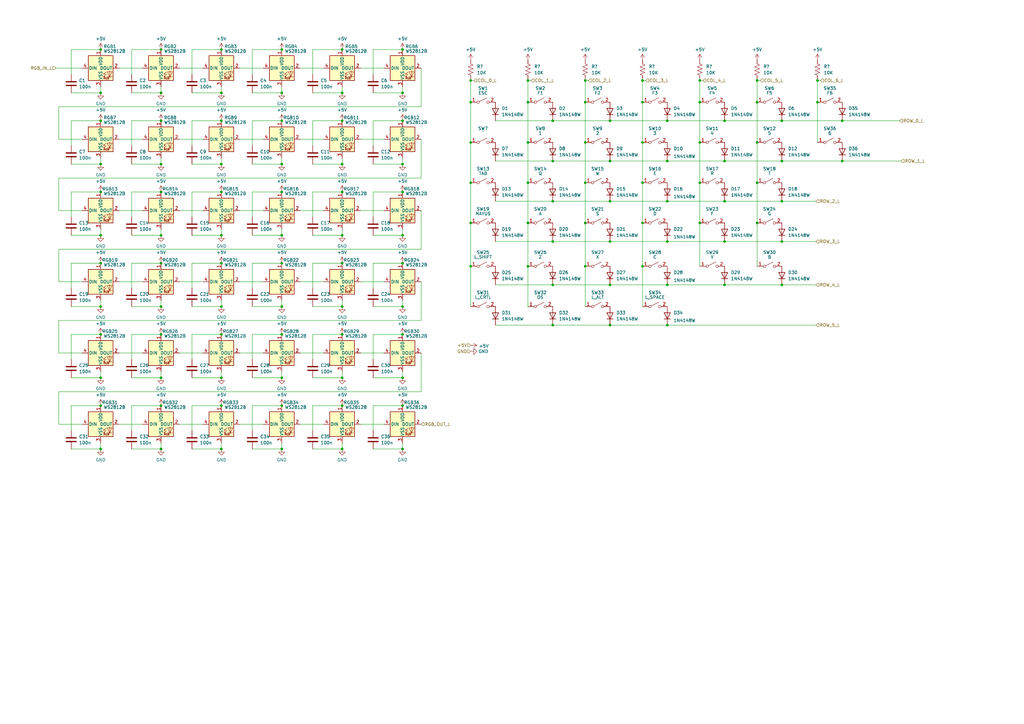
<source format=kicad_sch>
(kicad_sch (version 20230121) (generator eeschema)
  (paper "A3")
  (junction (at 297.18 49.53))
  (junction (at 41.275 96.52))
  (junction (at 90.805 96.52))
  (junction (at 165.1 49.53))
  (junction (at 115.57 184.15))
  (junction (at 240.03 91.44))
  (junction (at 240.03 33.02))
  (junction (at 165.1 137.16))
  (junction (at 41.275 137.16))
  (junction (at 297.18 116.84))
  (junction (at 90.805 78.74))
  (junction (at 66.04 125.73))
  (junction (at 90.805 137.16))
  (junction (at 165.1 38.1))
  (junction (at 41.275 184.15))
  (junction (at 115.57 20.32))
  (junction (at 140.335 20.32))
  (junction (at 216.535 58.42))
  (junction (at 287.02 74.93))
  (junction (at 90.805 184.15))
  (junction (at 115.57 137.16))
  (junction (at 115.57 107.95))
  (junction (at 250.19 49.53))
  (junction (at 193.04 58.42))
  (junction (at 193.04 74.93))
  (junction (at 115.57 125.73))
  (junction (at 140.335 78.74))
  (junction (at 310.515 41.91))
  (junction (at 140.335 96.52))
  (junction (at 345.44 49.53))
  (junction (at 115.57 67.31))
  (junction (at 66.04 20.32))
  (junction (at 250.19 133.35))
  (junction (at 140.335 166.37))
  (junction (at 165.1 154.94))
  (junction (at 66.04 137.16))
  (junction (at 140.335 125.73))
  (junction (at 263.525 109.22))
  (junction (at 66.04 166.37))
  (junction (at 140.335 67.31))
  (junction (at 66.04 38.1))
  (junction (at 250.19 66.04))
  (junction (at 115.57 49.53))
  (junction (at 287.02 41.91))
  (junction (at 41.275 166.37))
  (junction (at 226.695 99.06))
  (junction (at 345.44 66.04))
  (junction (at 287.02 33.02))
  (junction (at 226.695 66.04))
  (junction (at 240.03 74.93))
  (junction (at 226.695 133.35))
  (junction (at 335.28 33.02))
  (junction (at 66.04 49.53))
  (junction (at 263.525 41.91))
  (junction (at 240.03 109.22))
  (junction (at 226.695 116.84))
  (junction (at 335.28 41.91))
  (junction (at 41.275 107.95))
  (junction (at 250.19 99.06))
  (junction (at 41.275 154.94))
  (junction (at 310.515 91.44))
  (junction (at 310.515 58.42))
  (junction (at 66.04 78.74))
  (junction (at 226.695 82.55))
  (junction (at 140.335 38.1))
  (junction (at 226.695 49.53))
  (junction (at 193.04 33.02))
  (junction (at 90.805 38.1))
  (junction (at 263.525 33.02))
  (junction (at 140.335 49.53))
  (junction (at 273.685 116.84))
  (junction (at 297.18 66.04))
  (junction (at 165.1 184.15))
  (junction (at 216.535 33.02))
  (junction (at 193.04 109.22))
  (junction (at 273.685 49.53))
  (junction (at 90.805 67.31))
  (junction (at 165.1 67.31))
  (junction (at 66.04 184.15))
  (junction (at 41.275 78.74))
  (junction (at 140.335 137.16))
  (junction (at 165.1 166.37))
  (junction (at 41.275 67.31))
  (junction (at 41.275 125.73))
  (junction (at 140.335 107.95))
  (junction (at 90.805 154.94))
  (junction (at 193.04 91.44))
  (junction (at 287.02 91.44))
  (junction (at 90.805 125.73))
  (junction (at 115.57 96.52))
  (junction (at 41.275 38.1))
  (junction (at 310.515 33.02))
  (junction (at 66.04 154.94))
  (junction (at 165.1 20.32))
  (junction (at 165.1 78.74))
  (junction (at 115.57 78.74))
  (junction (at 66.04 96.52))
  (junction (at 297.18 99.06))
  (junction (at 193.04 41.91))
  (junction (at 90.805 49.53))
  (junction (at 320.675 82.55))
  (junction (at 310.515 74.93))
  (junction (at 240.03 41.91))
  (junction (at 90.805 20.32))
  (junction (at 240.03 58.42))
  (junction (at 66.04 67.31))
  (junction (at 263.525 58.42))
  (junction (at 165.1 107.95))
  (junction (at 66.04 107.95))
  (junction (at 287.02 58.42))
  (junction (at 41.275 20.32))
  (junction (at 216.535 41.91))
  (junction (at 273.685 82.55))
  (junction (at 320.675 49.53))
  (junction (at 250.19 116.84))
  (junction (at 216.535 91.44))
  (junction (at 263.525 91.44))
  (junction (at 273.685 66.04))
  (junction (at 115.57 154.94))
  (junction (at 297.18 82.55))
  (junction (at 41.275 49.53))
  (junction (at 140.335 184.15))
  (junction (at 250.19 82.55))
  (junction (at 216.535 74.93))
  (junction (at 165.1 125.73))
  (junction (at 320.675 66.04))
  (junction (at 216.535 109.22))
  (junction (at 90.805 107.95))
  (junction (at 115.57 166.37))
  (junction (at 115.57 38.1))
  (junction (at 273.685 99.06))
  (junction (at 90.805 166.37))
  (junction (at 263.525 74.93))
  (junction (at 165.1 96.52))
  (junction (at 273.685 133.35))
  (junction (at 320.675 99.06))
  (junction (at 140.335 154.94))
  (junction (at 320.675 116.84))
  (wire (pts (xy 240.03 33.02) (xy 240.03 41.91)))
  (wire (pts (xy 24.13 102.235) (xy 172.72 102.235)))
  (wire (pts (xy 78.74 137.16) (xy 78.74 147.32)))
  (wire (pts (xy 216.535 91.44) (xy 216.535 109.22)))
  (wire (pts (xy 153.035 78.74) (xy 153.035 88.9)))
  (wire (pts (xy 147.955 115.57) (xy 157.48 115.57)))
  (wire (pts (xy 48.895 115.57) (xy 58.42 115.57)))
  (wire (pts (xy 90.805 154.94) (xy 90.805 152.4)))
  (wire (pts (xy 98.425 86.36) (xy 107.95 86.36)))
  (wire (pts (xy 78.74 78.74) (xy 78.74 88.9)))
  (wire (pts (xy 216.535 58.42) (xy 216.535 74.93)))
  (wire (pts (xy 115.57 184.15) (xy 115.57 181.61)))
  (wire (pts (xy 226.695 82.55) (xy 250.19 82.55)))
  (wire (pts (xy 203.2 99.06) (xy 226.695 99.06)))
  (wire (pts (xy 90.805 184.15) (xy 90.805 181.61)))
  (wire (pts (xy 123.19 144.78) (xy 132.715 144.78)))
  (wire (pts (xy 203.2 49.53) (xy 226.695 49.53)))
  (wire (pts (xy 287.02 32.385) (xy 287.02 33.02)))
  (wire (pts (xy 273.685 99.06) (xy 297.18 99.06)))
  (wire (pts (xy 29.21 166.37) (xy 29.21 176.53)))
  (wire (pts (xy 165.1 125.73) (xy 165.1 123.19)))
  (wire (pts (xy 240.03 32.385) (xy 240.03 33.02)))
  (wire (pts (xy 24.13 160.655) (xy 172.72 160.655)))
  (wire (pts (xy 53.975 20.32) (xy 53.975 30.48)))
  (wire (pts (xy 335.28 33.02) (xy 335.28 41.91)))
  (wire (pts (xy 103.505 125.73) (xy 115.57 125.73)))
  (wire (pts (xy 250.19 99.06) (xy 273.685 99.06)))
  (wire (pts (xy 226.695 133.35) (xy 250.19 133.35)))
  (wire (pts (xy 90.805 96.52) (xy 90.805 93.98)))
  (wire (pts (xy 263.525 33.02) (xy 263.525 41.91)))
  (wire (pts (xy 24.13 57.15) (xy 33.655 57.15)))
  (wire (pts (xy 128.27 154.94) (xy 140.335 154.94)))
  (wire (pts (xy 310.515 32.385) (xy 310.515 33.02)))
  (wire (pts (xy 66.04 78.74) (xy 53.975 78.74)))
  (wire (pts (xy 53.975 107.95) (xy 53.975 118.11)))
  (wire (pts (xy 172.72 86.36) (xy 172.72 102.235)))
  (wire (pts (xy 147.955 57.15) (xy 157.48 57.15)))
  (wire (pts (xy 41.275 137.16) (xy 29.21 137.16)))
  (wire (pts (xy 128.27 125.73) (xy 140.335 125.73)))
  (wire (pts (xy 103.505 78.74) (xy 103.505 88.9)))
  (wire (pts (xy 98.425 115.57) (xy 107.95 115.57)))
  (wire (pts (xy 66.04 20.32) (xy 53.975 20.32)))
  (wire (pts (xy 98.425 57.15) (xy 107.95 57.15)))
  (wire (pts (xy 41.275 49.53) (xy 29.21 49.53)))
  (wire (pts (xy 29.21 154.94) (xy 41.275 154.94)))
  (wire (pts (xy 78.74 96.52) (xy 90.805 96.52)))
  (wire (pts (xy 73.66 144.78) (xy 83.185 144.78)))
  (wire (pts (xy 128.27 49.53) (xy 128.27 59.69)))
  (wire (pts (xy 115.57 125.73) (xy 115.57 123.19)))
  (wire (pts (xy 216.535 33.02) (xy 217.805 33.02)))
  (wire (pts (xy 263.525 33.02) (xy 264.795 33.02)))
  (wire (pts (xy 165.1 20.32) (xy 153.035 20.32)))
  (wire (pts (xy 115.57 96.52) (xy 115.57 93.98)))
  (wire (pts (xy 128.27 184.15) (xy 140.335 184.15)))
  (wire (pts (xy 98.425 27.94) (xy 107.95 27.94)))
  (wire (pts (xy 250.19 116.84) (xy 273.685 116.84)))
  (wire (pts (xy 90.805 67.31) (xy 90.805 64.77)))
  (wire (pts (xy 140.335 96.52) (xy 140.335 93.98)))
  (wire (pts (xy 147.955 27.94) (xy 157.48 27.94)))
  (wire (pts (xy 216.535 109.22) (xy 216.535 125.73)))
  (wire (pts (xy 310.515 74.93) (xy 310.515 91.44)))
  (wire (pts (xy 115.57 166.37) (xy 103.505 166.37)))
  (wire (pts (xy 53.975 125.73) (xy 66.04 125.73)))
  (wire (pts (xy 128.27 166.37) (xy 128.27 176.53)))
  (wire (pts (xy 98.425 144.78) (xy 107.95 144.78)))
  (wire (pts (xy 73.66 86.36) (xy 83.185 86.36)))
  (wire (pts (xy 165.1 78.74) (xy 153.035 78.74)))
  (wire (pts (xy 29.21 38.1) (xy 41.275 38.1)))
  (wire (pts (xy 29.21 67.31) (xy 41.275 67.31)))
  (wire (pts (xy 103.505 96.52) (xy 115.57 96.52)))
  (wire (pts (xy 78.74 38.1) (xy 90.805 38.1)))
  (wire (pts (xy 123.19 173.99) (xy 132.715 173.99)))
  (wire (pts (xy 335.28 41.91) (xy 335.28 58.42)))
  (wire (pts (xy 216.535 32.385) (xy 216.535 33.02)))
  (wire (pts (xy 140.335 38.1) (xy 140.335 35.56)))
  (wire (pts (xy 115.57 67.31) (xy 115.57 64.77)))
  (wire (pts (xy 240.03 41.91) (xy 240.03 58.42)))
  (wire (pts (xy 103.505 49.53) (xy 103.505 59.69)))
  (wire (pts (xy 345.44 66.04) (xy 369.57 66.04)))
  (wire (pts (xy 78.74 184.15) (xy 90.805 184.15)))
  (wire (pts (xy 53.975 78.74) (xy 53.975 88.9)))
  (wire (pts (xy 29.21 49.53) (xy 29.21 59.69)))
  (wire (pts (xy 53.975 49.53) (xy 53.975 59.69)))
  (wire (pts (xy 41.275 154.94) (xy 41.275 152.4)))
  (wire (pts (xy 103.505 67.31) (xy 115.57 67.31)))
  (wire (pts (xy 226.695 66.04) (xy 250.19 66.04)))
  (wire (pts (xy 140.335 184.15) (xy 140.335 181.61)))
  (wire (pts (xy 73.66 173.99) (xy 83.185 173.99)))
  (wire (pts (xy 240.03 33.02) (xy 241.3 33.02)))
  (wire (pts (xy 153.035 20.32) (xy 153.035 30.48)))
  (wire (pts (xy 73.66 27.94) (xy 83.185 27.94)))
  (wire (pts (xy 287.02 74.93) (xy 287.02 91.44)))
  (wire (pts (xy 193.04 74.93) (xy 193.04 91.44)))
  (wire (pts (xy 66.04 125.73) (xy 66.04 123.19)))
  (wire (pts (xy 78.74 107.95) (xy 78.74 118.11)))
  (wire (pts (xy 140.335 49.53) (xy 128.27 49.53)))
  (wire (pts (xy 66.04 166.37) (xy 53.975 166.37)))
  (wire (pts (xy 103.505 137.16) (xy 103.505 147.32)))
  (wire (pts (xy 123.19 27.94) (xy 132.715 27.94)))
  (wire (pts (xy 153.035 184.15) (xy 165.1 184.15)))
  (wire (pts (xy 226.695 116.84) (xy 250.19 116.84)))
  (wire (pts (xy 297.18 99.06) (xy 320.675 99.06)))
  (wire (pts (xy 335.28 33.02) (xy 336.55 33.02)))
  (wire (pts (xy 41.275 125.73) (xy 41.275 123.19)))
  (wire (pts (xy 41.275 78.74) (xy 29.21 78.74)))
  (wire (pts (xy 216.535 41.91) (xy 216.535 58.42)))
  (wire (pts (xy 263.525 109.22) (xy 263.525 125.73)))
  (wire (pts (xy 90.805 78.74) (xy 78.74 78.74)))
  (wire (pts (xy 140.335 125.73) (xy 140.335 123.19)))
  (wire (pts (xy 66.04 96.52) (xy 66.04 93.98)))
  (wire (pts (xy 147.955 86.36) (xy 157.48 86.36)))
  (wire (pts (xy 287.02 58.42) (xy 287.02 74.93)))
  (wire (pts (xy 203.2 66.04) (xy 226.695 66.04)))
  (wire (pts (xy 48.895 173.99) (xy 58.42 173.99)))
  (wire (pts (xy 123.19 86.36) (xy 132.715 86.36)))
  (wire (pts (xy 165.1 67.31) (xy 165.1 64.77)))
  (wire (pts (xy 165.1 154.94) (xy 165.1 152.4)))
  (wire (pts (xy 90.805 20.32) (xy 78.74 20.32)))
  (wire (pts (xy 103.505 38.1) (xy 115.57 38.1)))
  (wire (pts (xy 263.525 74.93) (xy 263.525 91.44)))
  (wire (pts (xy 41.275 38.1) (xy 41.275 35.56)))
  (wire (pts (xy 41.275 166.37) (xy 29.21 166.37)))
  (wire (pts (xy 273.685 116.84) (xy 297.18 116.84)))
  (wire (pts (xy 115.57 154.94) (xy 115.57 152.4)))
  (wire (pts (xy 297.18 66.04) (xy 320.675 66.04)))
  (wire (pts (xy 41.275 184.15) (xy 41.275 181.61)))
  (wire (pts (xy 115.57 78.74) (xy 103.505 78.74)))
  (wire (pts (xy 103.505 154.94) (xy 115.57 154.94)))
  (wire (pts (xy 78.74 154.94) (xy 90.805 154.94)))
  (wire (pts (xy 273.685 66.04) (xy 297.18 66.04)))
  (wire (pts (xy 273.685 49.53) (xy 297.18 49.53)))
  (wire (pts (xy 172.72 115.57) (xy 172.72 131.445)))
  (wire (pts (xy 53.975 67.31) (xy 66.04 67.31)))
  (wire (pts (xy 24.13 131.445) (xy 172.72 131.445)))
  (wire (pts (xy 165.1 137.16) (xy 153.035 137.16)))
  (wire (pts (xy 53.975 166.37) (xy 53.975 176.53)))
  (wire (pts (xy 250.19 49.53) (xy 273.685 49.53)))
  (wire (pts (xy 66.04 38.1) (xy 66.04 35.56)))
  (wire (pts (xy 22.86 27.94) (xy 33.655 27.94)))
  (wire (pts (xy 165.1 184.15) (xy 165.1 181.61)))
  (wire (pts (xy 29.21 78.74) (xy 29.21 88.9)))
  (wire (pts (xy 98.425 173.99) (xy 107.95 173.99)))
  (wire (pts (xy 90.805 137.16) (xy 78.74 137.16)))
  (wire (pts (xy 41.275 20.32) (xy 29.21 20.32)))
  (wire (pts (xy 29.21 184.15) (xy 41.275 184.15)))
  (wire (pts (xy 250.19 82.55) (xy 273.685 82.55)))
  (wire (pts (xy 140.335 67.31) (xy 140.335 64.77)))
  (wire (pts (xy 24.13 43.815) (xy 172.72 43.815)))
  (wire (pts (xy 29.21 96.52) (xy 41.275 96.52)))
  (wire (pts (xy 73.66 115.57) (xy 83.185 115.57)))
  (wire (pts (xy 240.03 58.42) (xy 240.03 74.93)))
  (wire (pts (xy 310.515 33.02) (xy 311.785 33.02)))
  (wire (pts (xy 165.1 166.37) (xy 153.035 166.37)))
  (wire (pts (xy 153.035 38.1) (xy 165.1 38.1)))
  (wire (pts (xy 153.035 154.94) (xy 165.1 154.94)))
  (wire (pts (xy 216.535 74.93) (xy 216.535 91.44)))
  (wire (pts (xy 172.72 57.15) (xy 172.72 73.025)))
  (wire (pts (xy 90.805 107.95) (xy 78.74 107.95)))
  (wire (pts (xy 66.04 154.94) (xy 66.04 152.4)))
  (wire (pts (xy 53.975 38.1) (xy 66.04 38.1)))
  (wire (pts (xy 115.57 137.16) (xy 103.505 137.16)))
  (wire (pts (xy 90.805 166.37) (xy 78.74 166.37)))
  (wire (pts (xy 78.74 49.53) (xy 78.74 59.69)))
  (wire (pts (xy 29.21 125.73) (xy 41.275 125.73)))
  (wire (pts (xy 115.57 107.95) (xy 103.505 107.95)))
  (wire (pts (xy 287.02 33.02) (xy 288.29 33.02)))
  (wire (pts (xy 240.03 91.44) (xy 240.03 109.22)))
  (wire (pts (xy 123.19 115.57) (xy 132.715 115.57)))
  (wire (pts (xy 193.04 33.02) (xy 193.04 41.91)))
  (wire (pts (xy 78.74 20.32) (xy 78.74 30.48)))
  (wire (pts (xy 115.57 49.53) (xy 103.505 49.53)))
  (wire (pts (xy 29.21 20.32) (xy 29.21 30.48)))
  (wire (pts (xy 103.505 184.15) (xy 115.57 184.15)))
  (wire (pts (xy 226.695 99.06) (xy 250.19 99.06)))
  (wire (pts (xy 263.525 41.91) (xy 263.525 58.42)))
  (wire (pts (xy 147.955 144.78) (xy 157.48 144.78)))
  (wire (pts (xy 320.675 49.53) (xy 345.44 49.53)))
  (wire (pts (xy 287.02 91.44) (xy 287.02 109.22)))
  (wire (pts (xy 153.035 96.52) (xy 165.1 96.52)))
  (wire (pts (xy 310.515 41.91) (xy 310.515 58.42)))
  (wire (pts (xy 153.035 166.37) (xy 153.035 176.53)))
  (wire (pts (xy 41.275 107.95) (xy 29.21 107.95)))
  (wire (pts (xy 273.685 133.35) (xy 334.645 133.35)))
  (wire (pts (xy 320.675 82.55) (xy 334.645 82.55)))
  (wire (pts (xy 297.18 82.55) (xy 320.675 82.55)))
  (wire (pts (xy 140.335 154.94) (xy 140.335 152.4)))
  (wire (pts (xy 29.21 137.16) (xy 29.21 147.32)))
  (wire (pts (xy 193.04 33.02) (xy 194.31 33.02)))
  (wire (pts (xy 216.535 33.02) (xy 216.535 41.91)))
  (wire (pts (xy 90.805 49.53) (xy 78.74 49.53)))
  (wire (pts (xy 24.13 173.99) (xy 33.655 173.99)))
  (wire (pts (xy 48.895 27.94) (xy 58.42 27.94)))
  (wire (pts (xy 103.505 107.95) (xy 103.505 118.11)))
  (wire (pts (xy 48.895 57.15) (xy 58.42 57.15)))
  (wire (pts (xy 310.515 91.44) (xy 310.515 109.22)))
  (wire (pts (xy 24.13 144.78) (xy 33.655 144.78)))
  (wire (pts (xy 128.27 96.52) (xy 140.335 96.52)))
  (wire (pts (xy 78.74 166.37) (xy 78.74 176.53)))
  (wire (pts (xy 153.035 125.73) (xy 165.1 125.73)))
  (wire (pts (xy 115.57 20.32) (xy 103.505 20.32)))
  (wire (pts (xy 90.805 38.1) (xy 90.805 35.56)))
  (wire (pts (xy 320.675 116.84) (xy 334.645 116.84)))
  (wire (pts (xy 165.1 38.1) (xy 165.1 35.56)))
  (wire (pts (xy 66.04 137.16) (xy 53.975 137.16)))
  (wire (pts (xy 165.1 49.53) (xy 153.035 49.53)))
  (wire (pts (xy 320.675 66.04) (xy 345.44 66.04)))
  (wire (pts (xy 53.975 154.94) (xy 66.04 154.94)))
  (wire (pts (xy 29.21 107.95) (xy 29.21 118.11)))
  (wire (pts (xy 263.525 91.44) (xy 263.525 109.22)))
  (wire (pts (xy 193.04 109.22) (xy 193.04 125.73)))
  (wire (pts (xy 128.27 38.1) (xy 140.335 38.1)))
  (wire (pts (xy 66.04 49.53) (xy 53.975 49.53)))
  (wire (pts (xy 140.335 20.32) (xy 128.27 20.32)))
  (wire (pts (xy 240.03 109.22) (xy 240.03 125.73)))
  (wire (pts (xy 250.19 133.35) (xy 273.685 133.35)))
  (wire (pts (xy 203.2 133.35) (xy 226.695 133.35)))
  (wire (pts (xy 24.13 115.57) (xy 33.655 115.57)))
  (wire (pts (xy 78.74 125.73) (xy 90.805 125.73)))
  (wire (pts (xy 226.695 49.53) (xy 250.19 49.53)))
  (wire (pts (xy 53.975 137.16) (xy 53.975 147.32)))
  (wire (pts (xy 103.505 166.37) (xy 103.505 176.53)))
  (wire (pts (xy 128.27 78.74) (xy 128.27 88.9)))
  (wire (pts (xy 193.04 32.385) (xy 193.04 33.02)))
  (wire (pts (xy 193.04 41.91) (xy 193.04 58.42)))
  (wire (pts (xy 24.13 131.445) (xy 24.13 144.78)))
  (wire (pts (xy 263.525 32.385) (xy 263.525 33.02)))
  (wire (pts (xy 90.805 125.73) (xy 90.805 123.19)))
  (wire (pts (xy 165.1 107.95) (xy 153.035 107.95)))
  (wire (pts (xy 24.13 73.025) (xy 24.13 86.36)))
  (wire (pts (xy 128.27 137.16) (xy 128.27 147.32)))
  (wire (pts (xy 335.28 32.385) (xy 335.28 33.02)))
  (wire (pts (xy 41.275 96.52) (xy 41.275 93.98)))
  (wire (pts (xy 24.13 73.025) (xy 172.72 73.025)))
  (wire (pts (xy 287.02 41.91) (xy 287.02 58.42)))
  (wire (pts (xy 128.27 20.32) (xy 128.27 30.48)))
  (wire (pts (xy 128.27 67.31) (xy 140.335 67.31)))
  (wire (pts (xy 48.895 86.36) (xy 58.42 86.36)))
  (wire (pts (xy 53.975 96.52) (xy 66.04 96.52)))
  (wire (pts (xy 78.74 67.31) (xy 90.805 67.31)))
  (wire (pts (xy 320.675 99.06) (xy 334.645 99.06)))
  (wire (pts (xy 153.035 137.16) (xy 153.035 147.32)))
  (wire (pts (xy 153.035 49.53) (xy 153.035 59.69)))
  (wire (pts (xy 24.13 102.235) (xy 24.13 115.57)))
  (wire (pts (xy 73.66 57.15) (xy 83.185 57.15)))
  (wire (pts (xy 147.955 173.99) (xy 157.48 173.99)))
  (wire (pts (xy 172.72 27.94) (xy 172.72 43.815)))
  (wire (pts (xy 203.2 82.55) (xy 226.695 82.55)))
  (wire (pts (xy 103.505 20.32) (xy 103.505 30.48)))
  (wire (pts (xy 48.895 144.78) (xy 58.42 144.78)))
  (wire (pts (xy 66.04 107.95) (xy 53.975 107.95)))
  (wire (pts (xy 115.57 38.1) (xy 115.57 35.56)))
  (wire (pts (xy 140.335 137.16) (xy 128.27 137.16)))
  (wire (pts (xy 273.685 82.55) (xy 297.18 82.55)))
  (wire (pts (xy 66.04 184.15) (xy 66.04 181.61)))
  (wire (pts (xy 263.525 58.42) (xy 263.525 74.93)))
  (wire (pts (xy 297.18 49.53) (xy 320.675 49.53)))
  (wire (pts (xy 41.275 67.31) (xy 41.275 64.77)))
  (wire (pts (xy 140.335 166.37) (xy 128.27 166.37)))
  (wire (pts (xy 203.2 116.84) (xy 226.695 116.84)))
  (wire (pts (xy 24.13 43.815) (xy 24.13 57.15)))
  (wire (pts (xy 66.04 67.31) (xy 66.04 64.77)))
  (wire (pts (xy 250.19 66.04) (xy 273.685 66.04)))
  (wire (pts (xy 24.13 86.36) (xy 33.655 86.36)))
  (wire (pts (xy 345.44 49.53) (xy 368.935 49.53)))
  (wire (pts (xy 140.335 78.74) (xy 128.27 78.74)))
  (wire (pts (xy 165.1 96.52) (xy 165.1 93.98)))
  (wire (pts (xy 153.035 107.95) (xy 153.035 118.11)))
  (wire (pts (xy 172.72 144.78) (xy 172.72 160.655)))
  (wire (pts (xy 24.13 160.655) (xy 24.13 173.99)))
  (wire (pts (xy 53.975 184.15) (xy 66.04 184.15)))
  (wire (pts (xy 193.04 58.42) (xy 193.04 74.93)))
  (wire (pts (xy 153.035 67.31) (xy 165.1 67.31)))
  (wire (pts (xy 287.02 33.02) (xy 287.02 41.91)))
  (wire (pts (xy 193.04 91.44) (xy 193.04 109.22)))
  (wire (pts (xy 310.515 58.42) (xy 310.515 74.93)))
  (wire (pts (xy 140.335 107.95) (xy 128.27 107.95)))
  (wire (pts (xy 240.03 74.93) (xy 240.03 91.44)))
  (wire (pts (xy 310.515 33.02) (xy 310.515 41.91)))
  (wire (pts (xy 123.19 57.15) (xy 132.715 57.15)))
  (wire (pts (xy 297.18 116.84) (xy 320.675 116.84)))
  (wire (pts (xy 128.27 107.95) (xy 128.27 118.11)))
  (hierarchical_label "+5V" (shape input) (at 193.04 141.605 180))
  (hierarchical_label "ROW_0_L" (shape input) (at 368.935 49.53 0))
  (hierarchical_label "RGB_IN_L" (shape input) (at 22.86 27.94 180))
  (hierarchical_label "GND" (shape input) (at 193.04 144.145 180))
  (hierarchical_label "COL_1_L" (shape input) (at 217.805 33.02 0))
  (hierarchical_label "COL_5_L" (shape input) (at 311.785 33.02 0))
  (hierarchical_label "COL_0_L" (shape input) (at 194.31 33.02 0))
  (hierarchical_label "COL_4_L" (shape input) (at 288.29 33.02 0))
  (hierarchical_label "COL_2_L" (shape input) (at 241.3 33.02 0))
  (hierarchical_label "ROW_4_L" (shape input) (at 334.645 116.84 0))
  (hierarchical_label "RGB_OUT_L" (shape input) (at 172.72 173.99 0))
  (hierarchical_label "ROW_1_L" (shape input) (at 369.57 66.04 0))
  (hierarchical_label "COL_6_L" (shape input) (at 336.55 33.02 0))
  (hierarchical_label "ROW_5_L" (shape input) (at 334.645 133.35 0))
  (hierarchical_label "ROW_3_L" (shape input) (at 334.645 99.06 0))
  (hierarchical_label "COL_3_L" (shape input) (at 264.795 33.02 0))
  (hierarchical_label "ROW_2_L" (shape input) (at 334.645 82.55 0))
  (symbol (lib_id "Device:C") (at 53.975 121.92 0) (unit 1)
    (property "Reference" "C20" (at 57.15 120.6499 0) (effects (justify left)))
    (property "Value" "100n" (at 57.15 123.1899 0) (effects (justify left)))
    (property "Footprint" "Capacitor_SMD:C_0603_1608Metric" (effects hide))
  )
  (symbol (lib_id "power:+5V") (at 216.535 24.765 0) (unit 1)
    (property "Reference" "#PWR?" (effects hide))
    (property "Value" "+5V" (at 216.535 20.32 0))
  )
  (symbol (lib_id "power:+5V") (at 41.275 107.95 0) (unit 1)
    (property "Reference" "#PWR037" (effects hide))
    (property "Value" "+5V" (at 41.275 103.505 0))
  )
  (symbol (lib_id "Switch:SW_SPST") (at 245.11 41.91 0) (unit 1)
    (property "Reference" "SW3" (at 245.11 36.195 0))
    (property "Value" "F2" (at 245.11 38.1 0))
    (property "Footprint" "Button_Switch_Keyboard:SW_Cherry_MX_1.00u_PCB" (effects hide))
  )
  (symbol (lib_id "power:+5V") (at 165.1 78.74 0) (unit 1)
    (property "Reference" "#PWR030" (effects hide))
    (property "Value" "+5V" (at 165.1 74.295 0))
  )
  (symbol (lib_id "Switch:SW_SPST") (at 340.36 58.42 0) (unit 1)
    (property "Reference" "SW36" (at 340.36 52.705 0))
    (property "Value" "6" (at 340.36 54.61 0))
    (property "Footprint" "Button_Switch_Keyboard:SW_Cherry_MX_1.00u_PCB" (effects hide))
  )
  (symbol (lib_id "Device:C") (at 128.27 180.34 0) (unit 1)
    (property "Reference" "C35" (at 131.445 179.0699 0) (effects (justify left)))
    (property "Value" "100n" (at 131.445 181.6099 0) (effects (justify left)))
    (property "Footprint" "Capacitor_SMD:C_0603_1608Metric" (effects hide))
  )
  (symbol (lib_id "Device:R_US") (at 240.03 28.575 0) (unit 1)
    (property "Reference" "R?" (at 242.57 27.3049 0) (effects (justify left)))
    (property "Value" "10K" (at 242.57 29.8449 0) (effects (justify left)))
  )
  (symbol (lib_id "Device:D") (at 250.19 62.23 90) (unit 1)
    (property "Reference" "D9" (at 252.73 60.9599 90) (effects (justify right)))
    (property "Value" "1N4148W" (at 252.73 63.4999 90) (effects (justify right)))
    (property "Footprint" "Diode_SMD:D_SOD-123" (effects hide))
  )
  (symbol (lib_id "power:+5V") (at 41.275 20.32 0) (unit 1)
    (property "Reference" "#PWR01" (effects hide))
    (property "Value" "+5V" (at 41.275 15.875 0))
  )
  (symbol (lib_id "Device:D") (at 320.675 95.25 90) (unit 1)
    (property "Reference" "D24" (at 323.215 93.9799 90) (effects (justify right)))
    (property "Value" "1N4148W" (at 323.215 96.5199 90) (effects (justify right)))
    (property "Footprint" "Diode_SMD:D_SOD-123" (effects hide))
  )
  (symbol (lib_id "Switch:SW_SPST") (at 292.1 58.42 0) (unit 1)
    (property "Reference" "SW11" (at 292.1 52.705 0))
    (property "Value" "4" (at 292.1 54.61 0))
    (property "Footprint" "Button_Switch_Keyboard:SW_Cherry_MX_1.00u_PCB" (effects hide))
  )
  (symbol (lib_id "LED:WS2812B") (at 165.1 144.78 0) (unit 1)
    (property "Reference" "RGB30" (at 168.91 135.89 0))
    (property "Value" "WS2812B" (at 170.815 137.795 0))
    (property "Footprint" "LED_SMD:LED_WS2812B_PLCC4_5.0x5.0mm_P3.2mm" (effects hide))
    (property "Datasheet" "https://cdn-shop.adafruit.com/datasheets/WS2812B.pdf" (effects hide))
  )
  (symbol (lib_id "LED:WS2812B") (at 165.1 86.36 0) (unit 1)
    (property "Reference" "RGB18" (at 168.91 77.47 0))
    (property "Value" "WS2812B" (at 170.815 79.375 0))
    (property "Footprint" "LED_SMD:LED_WS2812B_PLCC4_5.0x5.0mm_P3.2mm" (effects hide))
    (property "Datasheet" "https://cdn-shop.adafruit.com/datasheets/WS2812B.pdf" (effects hide))
  )
  (symbol (lib_id "LED:WS2812B") (at 41.275 173.99 0) (unit 1)
    (property "Reference" "RGB31" (at 45.085 165.1 0))
    (property "Value" "WS2812B" (at 46.99 167.005 0))
    (property "Footprint" "LED_SMD:LED_WS2812B_PLCC4_5.0x5.0mm_P3.2mm" (effects hide))
    (property "Datasheet" "https://cdn-shop.adafruit.com/datasheets/WS2812B.pdf" (effects hide))
  )
  (symbol (lib_id "Switch:SW_SPST") (at 315.595 91.44 0) (unit 1)
    (property "Reference" "SW24" (at 315.595 85.725 0))
    (property "Value" "G" (at 315.595 87.63 0))
    (property "Footprint" "Button_Switch_Keyboard:SW_Cherry_MX_1.00u_PCB" (effects hide))
  )
  (symbol (lib_id "Device:D") (at 297.18 78.74 90) (unit 1)
    (property "Reference" "D17" (at 299.72 77.4699 90) (effects (justify right)))
    (property "Value" "1N4148W" (at 299.72 80.0099 90) (effects (justify right)))
    (property "Footprint" "Diode_SMD:D_SOD-123" (effects hide))
  )
  (symbol (lib_id "Device:D") (at 250.19 95.25 90) (unit 1)
    (property "Reference" "D21" (at 252.73 93.9799 90) (effects (justify right)))
    (property "Value" "1N4148W" (at 252.73 96.5199 90) (effects (justify right)))
    (property "Footprint" "Diode_SMD:D_SOD-123" (effects hide))
  )
  (symbol (lib_id "Device:C") (at 128.27 34.29 0) (unit 1)
    (property "Reference" "C5" (at 131.445 33.0199 0) (effects (justify left)))
    (property "Value" "100n" (at 131.445 35.5599 0) (effects (justify left)))
    (property "Footprint" "Capacitor_SMD:C_0603_1608Metric" (effects hide))
  )
  (symbol (lib_id "Device:D") (at 226.695 113.03 90) (unit 1)
    (property "Reference" "D26" (at 229.235 111.7599 90) (effects (justify right)))
    (property "Value" "1N4148W" (at 229.235 114.2999 90) (effects (justify right)))
    (property "Footprint" "Diode_SMD:D_SOD-123" (effects hide))
  )
  (symbol (lib_id "LED:WS2812B") (at 165.1 27.94 0) (unit 1)
    (property "Reference" "RGB6" (at 168.91 19.05 0))
    (property "Value" "WS2812B" (at 170.815 20.955 0))
    (property "Footprint" "LED_SMD:LED_WS2812B_PLCC4_5.0x5.0mm_P3.2mm" (effects hide))
    (property "Datasheet" "https://cdn-shop.adafruit.com/datasheets/WS2812B.pdf" (effects hide))
  )
  (symbol (lib_id "LED:WS2812B") (at 41.275 86.36 0) (unit 1)
    (property "Reference" "RGB13" (at 45.085 77.47 0))
    (property "Value" "WS2812B" (at 46.99 79.375 0))
    (property "Footprint" "LED_SMD:LED_WS2812B_PLCC4_5.0x5.0mm_P3.2mm" (effects hide))
    (property "Datasheet" "https://cdn-shop.adafruit.com/datasheets/WS2812B.pdf" (effects hide))
  )
  (symbol (lib_id "power:+5V") (at 41.275 137.16 0) (unit 1)
    (property "Reference" "#PWR049" (effects hide))
    (property "Value" "+5V" (at 41.275 132.715 0))
  )
  (symbol (lib_id "Switch:SW_SPST") (at 292.1 109.22 0) (unit 1)
    (property "Reference" "SW29" (at 292.1 103.505 0))
    (property "Value" "V" (at 292.1 105.41 0))
    (property "Footprint" "Button_Switch_Keyboard:SW_Cherry_MX_1.00u_PCB" (effects hide))
  )
  (symbol (lib_id "Device:C") (at 103.505 151.13 0) (unit 1)
    (property "Reference" "C28" (at 106.68 149.8599 0) (effects (justify left)))
    (property "Value" "100n" (at 106.68 152.3999 0) (effects (justify left)))
    (property "Footprint" "Capacitor_SMD:C_0603_1608Metric" (effects hide))
  )
  (symbol (lib_id "LED:WS2812B") (at 165.1 57.15 0) (unit 1)
    (property "Reference" "RGB12" (at 168.91 48.26 0))
    (property "Value" "WS2812B" (at 170.815 50.165 0))
    (property "Footprint" "LED_SMD:LED_WS2812B_PLCC4_5.0x5.0mm_P3.2mm" (effects hide))
    (property "Datasheet" "https://cdn-shop.adafruit.com/datasheets/WS2812B.pdf" (effects hide))
  )
  (symbol (lib_id "Switch:SW_SPST") (at 221.615 109.22 0) (unit 1)
    (property "Reference" "SW26" (at 221.615 103.505 0))
    (property "Value" "Z" (at 221.615 105.41 0))
    (property "Footprint" "Button_Switch_Keyboard:SW_Cherry_MX_1.00u_PCB" (effects hide))
  )
  (symbol (lib_id "Device:C") (at 103.505 63.5 0) (unit 1)
    (property "Reference" "C10" (at 106.68 62.2299 0) (effects (justify left)))
    (property "Value" "100n" (at 106.68 64.7699 0) (effects (justify left)))
    (property "Footprint" "Capacitor_SMD:C_0603_1608Metric" (effects hide))
  )
  (symbol (lib_id "Device:D") (at 345.44 45.72 90) (unit 1)
    (property "Reference" "D35" (at 347.98 44.4499 90) (effects (justify right)))
    (property "Value" "1N4148W" (at 347.98 46.9899 90) (effects (justify right)))
    (property "Footprint" "Diode_SMD:D_SOD-123" (effects hide))
  )
  (symbol (lib_id "Device:D") (at 203.2 113.03 90) (unit 1)
    (property "Reference" "D25" (at 205.74 111.7599 90) (effects (justify right)))
    (property "Value" "1N4148W" (at 205.74 114.2999 90) (effects (justify right)))
    (property "Footprint" "Diode_SMD:D_SOD-123" (effects hide))
  )
  (symbol (lib_id "power:+5V") (at 41.275 78.74 0) (unit 1)
    (property "Reference" "#PWR025" (effects hide))
    (property "Value" "+5V" (at 41.275 74.295 0))
  )
  (symbol (lib_id "power:GND") (at 115.57 125.73 0) (unit 1)
    (property "Reference" "#PWR046" (effects hide))
    (property "Value" "GND" (at 115.57 130.175 0))
  )
  (symbol (lib_id "Device:D") (at 297.18 113.03 90) (unit 1)
    (property "Reference" "D29" (at 299.72 111.7599 90) (effects (justify right)))
    (property "Value" "1N4148W" (at 299.72 114.2999 90) (effects (justify right)))
    (property "Footprint" "Diode_SMD:D_SOD-123" (effects hide))
  )
  (symbol (lib_id "Device:D") (at 203.2 129.54 90) (unit 1)
    (property "Reference" "D31" (at 205.74 128.2699 90) (effects (justify right)))
    (property "Value" "1N4148W" (at 205.74 130.8099 90) (effects (justify right)))
    (property "Footprint" "Diode_SMD:D_SOD-123" (effects hide))
  )
  (symbol (lib_id "Switch:SW_SPST") (at 221.615 91.44 0) (unit 1)
    (property "Reference" "SW20" (at 221.615 85.725 0))
    (property "Value" "A" (at 221.615 87.63 0))
    (property "Footprint" "Button_Switch_Keyboard:SW_Cherry_MX_1.00u_PCB" (effects hide))
  )
  (symbol (lib_id "power:GND") (at 115.57 184.15 0) (unit 1)
    (property "Reference" "#PWR072" (effects hide))
    (property "Value" "GND" (at 115.57 188.595 0))
  )
  (symbol (lib_id "power:+5V") (at 140.335 20.32 0) (unit 1)
    (property "Reference" "#PWR05" (effects hide))
    (property "Value" "+5V" (at 140.335 15.875 0))
  )
  (symbol (lib_id "power:+5V") (at 90.805 20.32 0) (unit 1)
    (property "Reference" "#PWR03" (effects hide))
    (property "Value" "+5V" (at 90.805 15.875 0))
  )
  (symbol (lib_id "Device:C") (at 153.035 151.13 0) (unit 1)
    (property "Reference" "C30" (at 156.21 149.8599 0) (effects (justify left)))
    (property "Value" "100n" (at 156.21 152.3999 0) (effects (justify left)))
    (property "Footprint" "Capacitor_SMD:C_0603_1608Metric" (effects hide))
  )
  (symbol (lib_id "Switch:SW_SPST") (at 245.11 74.93 0) (unit 1)
    (property "Reference" "SW15" (at 245.11 69.215 0))
    (property "Value" "W" (at 245.11 71.12 0))
    (property "Footprint" "Button_Switch_Keyboard:SW_Cherry_MX_1.00u_PCB" (effects hide))
  )
  (symbol (lib_id "Device:C") (at 29.21 180.34 0) (unit 1)
    (property "Reference" "C31" (at 32.385 179.0699 0) (effects (justify left)))
    (property "Value" "100n" (at 32.385 181.6099 0) (effects (justify left)))
    (property "Footprint" "Capacitor_SMD:C_0603_1608Metric" (effects hide))
  )
  (symbol (lib_id "Device:C") (at 153.035 92.71 0) (unit 1)
    (property "Reference" "C18" (at 156.21 91.4399 0) (effects (justify left)))
    (property "Value" "100n" (at 156.21 93.9799 0) (effects (justify left)))
    (property "Footprint" "Capacitor_SMD:C_0603_1608Metric" (effects hide))
  )
  (symbol (lib_id "LED:WS2812B") (at 41.275 57.15 0) (unit 1)
    (property "Reference" "RGB7" (at 45.085 48.26 0))
    (property "Value" "WS2812B" (at 46.99 50.165 0))
    (property "Footprint" "LED_SMD:LED_WS2812B_PLCC4_5.0x5.0mm_P3.2mm" (effects hide))
    (property "Datasheet" "https://cdn-shop.adafruit.com/datasheets/WS2812B.pdf" (effects hide))
  )
  (symbol (lib_id "power:+5V") (at 240.03 24.765 0) (unit 1)
    (property "Reference" "#PWR?" (effects hide))
    (property "Value" "+5V" (at 240.03 20.32 0))
  )
  (symbol (lib_id "power:GND") (at 90.805 125.73 0) (unit 1)
    (property "Reference" "#PWR045" (effects hide))
    (property "Value" "GND" (at 90.805 130.175 0))
  )
  (symbol (lib_id "Switch:SW_SPST") (at 198.12 125.73 0) (unit 1)
    (property "Reference" "SW31" (at 198.12 120.015 0))
    (property "Value" "L_CRTL" (at 198.12 121.92 0))
    (property "Footprint" "Button_Switch_Keyboard:SW_Cherry_MX_1.25u_PCB" (effects hide))
  )
  (symbol (lib_id "Device:C") (at 103.505 180.34 0) (unit 1)
    (property "Reference" "C34" (at 106.68 179.0699 0) (effects (justify left)))
    (property "Value" "100n" (at 106.68 181.6099 0) (effects (justify left)))
    (property "Footprint" "Capacitor_SMD:C_0603_1608Metric" (effects hide))
  )
  (symbol (lib_id "power:+5V") (at 66.04 20.32 0) (unit 1)
    (property "Reference" "#PWR02" (effects hide))
    (property "Value" "+5V" (at 66.04 15.875 0))
  )
  (symbol (lib_id "LED:WS2812B") (at 90.805 57.15 0) (unit 1)
    (property "Reference" "RGB9" (at 94.615 48.26 0))
    (property "Value" "WS2812B" (at 96.52 50.165 0))
    (property "Footprint" "LED_SMD:LED_WS2812B_PLCC4_5.0x5.0mm_P3.2mm" (effects hide))
    (property "Datasheet" "https://cdn-shop.adafruit.com/datasheets/WS2812B.pdf" (effects hide))
  )
  (symbol (lib_id "LED:WS2812B") (at 66.04 173.99 0) (unit 1)
    (property "Reference" "RGB32" (at 69.85 165.1 0))
    (property "Value" "WS2812B" (at 71.755 167.005 0))
    (property "Footprint" "LED_SMD:LED_WS2812B_PLCC4_5.0x5.0mm_P3.2mm" (effects hide))
    (property "Datasheet" "https://cdn-shop.adafruit.com/datasheets/WS2812B.pdf" (effects hide))
  )
  (symbol (lib_id "LED:WS2812B") (at 41.275 27.94 0) (unit 1)
    (property "Reference" "RGB1" (at 45.085 19.05 0))
    (property "Value" "WS2812B" (at 46.99 20.955 0))
    (property "Footprint" "LED_SMD:LED_WS2812B_PLCC4_5.0x5.0mm_P3.2mm" (effects hide))
    (property "Datasheet" "https://cdn-shop.adafruit.com/datasheets/WS2812B.pdf" (effects hide))
  )
  (symbol (lib_id "Device:C") (at 78.74 92.71 0) (unit 1)
    (property "Reference" "C15" (at 81.915 91.4399 0) (effects (justify left)))
    (property "Value" "100n" (at 81.915 93.9799 0) (effects (justify left)))
    (property "Footprint" "Capacitor_SMD:C_0603_1608Metric" (effects hide))
  )
  (symbol (lib_id "power:GND") (at 140.335 67.31 0) (unit 1)
    (property "Reference" "#PWR023" (effects hide))
    (property "Value" "GND" (at 140.335 71.755 0))
  )
  (symbol (lib_id "power:+5V") (at 140.335 137.16 0) (unit 1)
    (property "Reference" "#PWR053" (effects hide))
    (property "Value" "+5V" (at 140.335 132.715 0))
  )
  (symbol (lib_id "Switch:SW_SPST") (at 268.605 125.73 0) (unit 1)
    (property "Reference" "SW34" (at 268.605 120.015 0))
    (property "Value" "L_SPACE" (at 268.605 121.92 0))
    (property "Footprint" "Button_Switch_Keyboard:SW_Cherry_MX_2.75u_PCB" (effects hide))
  )
  (symbol (lib_id "power:+5V") (at 90.805 107.95 0) (unit 1)
    (property "Reference" "#PWR039" (effects hide))
    (property "Value" "+5V" (at 90.805 103.505 0))
  )
  (symbol (lib_id "power:GND") (at 41.275 67.31 0) (unit 1)
    (property "Reference" "#PWR019" (effects hide))
    (property "Value" "GND" (at 41.275 71.755 0))
  )
  (symbol (lib_id "LED:WS2812B") (at 140.335 27.94 0) (unit 1)
    (property "Reference" "RGB5" (at 144.145 19.05 0))
    (property "Value" "WS2812B" (at 146.05 20.955 0))
    (property "Footprint" "LED_SMD:LED_WS2812B_PLCC4_5.0x5.0mm_P3.2mm" (effects hide))
    (property "Datasheet" "https://cdn-shop.adafruit.com/datasheets/WS2812B.pdf" (effects hide))
  )
  (symbol (lib_id "power:GND") (at 115.57 154.94 0) (unit 1)
    (property "Reference" "#PWR058" (effects hide))
    (property "Value" "GND" (at 115.57 159.385 0))
  )
  (symbol (lib_id "LED:WS2812B") (at 90.805 115.57 0) (unit 1)
    (property "Reference" "RGB21" (at 94.615 106.68 0))
    (property "Value" "WS2812B" (at 96.52 108.585 0))
    (property "Footprint" "LED_SMD:LED_WS2812B_PLCC4_5.0x5.0mm_P3.2mm" (effects hide))
    (property "Datasheet" "https://cdn-shop.adafruit.com/datasheets/WS2812B.pdf" (effects hide))
  )
  (symbol (lib_id "Device:C") (at 53.975 92.71 0) (unit 1)
    (property "Reference" "C14" (at 57.15 91.4399 0) (effects (justify left)))
    (property "Value" "100n" (at 57.15 93.9799 0) (effects (justify left)))
    (property "Footprint" "Capacitor_SMD:C_0603_1608Metric" (effects hide))
  )
  (symbol (lib_id "Switch:SW_SPST") (at 315.595 58.42 0) (unit 1)
    (property "Reference" "SW12" (at 315.595 52.705 0))
    (property "Value" "5" (at 315.595 54.61 0))
    (property "Footprint" "Button_Switch_Keyboard:SW_Cherry_MX_1.00u_PCB" (effects hide))
  )
  (symbol (lib_id "power:GND") (at 66.04 184.15 0) (unit 1)
    (property "Reference" "#PWR070" (effects hide))
    (property "Value" "GND" (at 66.04 188.595 0))
  )
  (symbol (lib_id "Device:R_US") (at 310.515 28.575 0) (unit 1)
    (property "Reference" "R?" (at 313.055 27.3049 0) (effects (justify left)))
    (property "Value" "10K" (at 313.055 29.8449 0) (effects (justify left)))
  )
  (symbol (lib_id "power:GND") (at 193.04 144.145 90) (unit 1)
    (property "Reference" "#PWR062" (effects hide))
    (property "Value" "GND" (at 196.215 144.1449 90) (effects (justify right)))
  )
  (symbol (lib_id "power:GND") (at 115.57 67.31 0) (unit 1)
    (property "Reference" "#PWR022" (effects hide))
    (property "Value" "GND" (at 115.57 71.755 0))
  )
  (symbol (lib_id "power:GND") (at 140.335 184.15 0) (unit 1)
    (property "Reference" "#PWR073" (effects hide))
    (property "Value" "GND" (at 140.335 188.595 0))
  )
  (symbol (lib_id "power:+5V") (at 140.335 166.37 0) (unit 1)
    (property "Reference" "#PWR067" (effects hide))
    (property "Value" "+5V" (at 140.335 161.925 0))
  )
  (symbol (lib_id "power:GND") (at 165.1 125.73 0) (unit 1)
    (property "Reference" "#PWR048" (effects hide))
    (property "Value" "GND" (at 165.1 130.175 0))
  )
  (symbol (lib_id "LED:WS2812B") (at 140.335 173.99 0) (unit 1)
    (property "Reference" "RGB35" (at 144.145 165.1 0))
    (property "Value" "WS2812B" (at 146.05 167.005 0))
    (property "Footprint" "LED_SMD:LED_WS2812B_PLCC4_5.0x5.0mm_P3.2mm" (effects hide))
    (property "Datasheet" "https://cdn-shop.adafruit.com/datasheets/WS2812B.pdf" (effects hide))
  )
  (symbol (lib_id "Device:D") (at 320.675 78.74 90) (unit 1)
    (property "Reference" "D18" (at 323.215 77.4699 90) (effects (justify right)))
    (property "Value" "1N4148W" (at 323.215 80.0099 90) (effects (justify right)))
    (property "Footprint" "Diode_SMD:D_SOD-123" (effects hide))
  )
  (symbol (lib_id "Device:C") (at 53.975 180.34 0) (unit 1)
    (property "Reference" "C32" (at 57.15 179.0699 0) (effects (justify left)))
    (property "Value" "100n" (at 57.15 181.6099 0) (effects (justify left)))
    (property "Footprint" "Capacitor_SMD:C_0603_1608Metric" (effects hide))
  )
  (symbol (lib_id "Device:C") (at 53.975 151.13 0) (unit 1)
    (property "Reference" "C26" (at 57.15 149.8599 0) (effects (justify left)))
    (property "Value" "100n" (at 57.15 152.3999 0) (effects (justify left)))
    (property "Footprint" "Capacitor_SMD:C_0603_1608Metric" (effects hide))
  )
  (symbol (lib_id "LED:WS2812B") (at 90.805 86.36 0) (unit 1)
    (property "Reference" "RGB15" (at 94.615 77.47 0))
    (property "Value" "WS2812B" (at 96.52 79.375 0))
    (property "Footprint" "LED_SMD:LED_WS2812B_PLCC4_5.0x5.0mm_P3.2mm" (effects hide))
    (property "Datasheet" "https://cdn-shop.adafruit.com/datasheets/WS2812B.pdf" (effects hide))
  )
  (symbol (lib_id "Device:R_US") (at 287.02 28.575 0) (unit 1)
    (property "Reference" "R?" (at 289.56 27.3049 0) (effects (justify left)))
    (property "Value" "10K" (at 289.56 29.8449 0) (effects (justify left)))
  )
  (symbol (lib_id "Device:D") (at 250.19 78.74 90) (unit 1)
    (property "Reference" "D15" (at 252.73 77.4699 90) (effects (justify right)))
    (property "Value" "1N4148W" (at 252.73 80.0099 90) (effects (justify right)))
    (property "Footprint" "Diode_SMD:D_SOD-123" (effects hide))
  )
  (symbol (lib_id "Device:D") (at 203.2 95.25 90) (unit 1)
    (property "Reference" "D19" (at 205.74 93.9799 90) (effects (justify right)))
    (property "Value" "1N4148W" (at 205.74 96.5199 90) (effects (justify right)))
    (property "Footprint" "Diode_SMD:D_SOD-123" (effects hide))
  )
  (symbol (lib_id "LED:WS2812B") (at 66.04 144.78 0) (unit 1)
    (property "Reference" "RGB26" (at 69.85 135.89 0))
    (property "Value" "WS2812B" (at 71.755 137.795 0))
    (property "Footprint" "LED_SMD:LED_WS2812B_PLCC4_5.0x5.0mm_P3.2mm" (effects hide))
    (property "Datasheet" "https://cdn-shop.adafruit.com/datasheets/WS2812B.pdf" (effects hide))
  )
  (symbol (lib_id "power:+5V") (at 41.275 49.53 0) (unit 1)
    (property "Reference" "#PWR013" (effects hide))
    (property "Value" "+5V" (at 41.275 45.085 0))
  )
  (symbol (lib_id "power:+5V") (at 115.57 137.16 0) (unit 1)
    (property "Reference" "#PWR052" (effects hide))
    (property "Value" "+5V" (at 115.57 132.715 0))
  )
  (symbol (lib_id "Device:C") (at 78.74 151.13 0) (unit 1)
    (property "Reference" "C27" (at 81.915 149.8599 0) (effects (justify left)))
    (property "Value" "100n" (at 81.915 152.3999 0) (effects (justify left)))
    (property "Footprint" "Capacitor_SMD:C_0603_1608Metric" (effects hide))
  )
  (symbol (lib_id "Device:D") (at 345.44 62.23 90) (unit 1)
    (property "Reference" "D36" (at 347.98 60.9599 90) (effects (justify right)))
    (property "Value" "1N4148W" (at 347.98 63.4999 90) (effects (justify right)))
    (property "Footprint" "Diode_SMD:D_SOD-123" (effects hide))
  )
  (symbol (lib_id "Device:D") (at 273.685 113.03 90) (unit 1)
    (property "Reference" "D28" (at 276.225 111.7599 90) (effects (justify right)))
    (property "Value" "1N4148W" (at 276.225 114.9349 90) (effects (justify right)))
    (property "Footprint" "Diode_SMD:D_SOD-123" (effects hide))
  )
  (symbol (lib_id "Device:D") (at 320.675 45.72 90) (unit 1)
    (property "Reference" "D6" (at 323.215 44.4499 90) (effects (justify right)))
    (property "Value" "1N4148W" (at 323.215 46.9899 90) (effects (justify right)))
    (property "Footprint" "Diode_SMD:D_SOD-123" (effects hide))
  )
  (symbol (lib_id "Device:D") (at 250.19 45.72 90) (unit 1)
    (property "Reference" "D3" (at 252.73 44.4499 90) (effects (justify right)))
    (property "Value" "1N4148W" (at 252.73 46.9899 90) (effects (justify right)))
    (property "Footprint" "Diode_SMD:D_SOD-123" (effects hide))
  )
  (symbol (lib_id "LED:WS2812B") (at 115.57 173.99 0) (unit 1)
    (property "Reference" "RGB34" (at 119.38 165.1 0))
    (property "Value" "WS2812B" (at 121.285 167.005 0))
    (property "Footprint" "LED_SMD:LED_WS2812B_PLCC4_5.0x5.0mm_P3.2mm" (effects hide))
    (property "Datasheet" "https://cdn-shop.adafruit.com/datasheets/WS2812B.pdf" (effects hide))
  )
  (symbol (lib_id "Switch:SW_SPST") (at 221.615 125.73 0) (unit 1)
    (property "Reference" "SW32" (at 221.615 120.015 0))
    (property "Value" "OS" (at 221.615 121.92 0))
    (property "Footprint" "Button_Switch_Keyboard:SW_Cherry_MX_1.25u_PCB" (effects hide))
  )
  (symbol (lib_id "power:+5V") (at 335.28 24.765 0) (unit 1)
    (property "Reference" "#PWR?" (effects hide))
    (property "Value" "+5V" (at 335.28 20.32 0))
  )
  (symbol (lib_id "Device:C") (at 53.975 34.29 0) (unit 1)
    (property "Reference" "C2" (at 57.15 33.0199 0) (effects (justify left)))
    (property "Value" "100n" (at 57.15 35.5599 0) (effects (justify left)))
    (property "Footprint" "Capacitor_SMD:C_0603_1608Metric" (effects hide))
  )
  (symbol (lib_id "power:+5V") (at 66.04 137.16 0) (unit 1)
    (property "Reference" "#PWR050" (effects hide))
    (property "Value" "+5V" (at 66.04 132.715 0))
  )
  (symbol (lib_id "Device:C") (at 103.505 92.71 0) (unit 1)
    (property "Reference" "C16" (at 106.68 91.4399 0) (effects (justify left)))
    (property "Value" "100n" (at 106.68 93.9799 0) (effects (justify left)))
    (property "Footprint" "Capacitor_SMD:C_0603_1608Metric" (effects hide))
  )
  (symbol (lib_id "Switch:SW_SPST") (at 245.11 91.44 0) (unit 1)
    (property "Reference" "SW21" (at 245.11 85.725 0))
    (property "Value" "S" (at 245.11 87.63 0))
    (property "Footprint" "Button_Switch_Keyboard:SW_Cherry_MX_1.00u_PCB" (effects hide))
  )
  (symbol (lib_id "Switch:SW_SPST") (at 245.11 125.73 0) (unit 1)
    (property "Reference" "SW33" (at 245.11 120.015 0))
    (property "Value" "L_ALT" (at 245.11 121.92 0))
    (property "Footprint" "Button_Switch_Keyboard:SW_Cherry_MX_1.25u_PCB" (effects hide))
  )
  (symbol (lib_id "Device:C") (at 29.21 92.71 0) (unit 1)
    (property "Reference" "C13" (at 32.385 91.4399 0) (effects (justify left)))
    (property "Value" "100n" (at 32.385 93.9799 0) (effects (justify left)))
    (property "Footprint" "Capacitor_SMD:C_0603_1608Metric" (effects hide))
  )
  (symbol (lib_id "LED:WS2812B") (at 90.805 173.99 0) (unit 1)
    (property "Reference" "RGB33" (at 94.615 165.1 0))
    (property "Value" "WS2812B" (at 96.52 167.005 0))
    (property "Footprint" "LED_SMD:LED_WS2812B_PLCC4_5.0x5.0mm_P3.2mm" (effects hide))
    (property "Datasheet" "https://cdn-shop.adafruit.com/datasheets/WS2812B.pdf" (effects hide))
  )
  (symbol (lib_id "power:GND") (at 90.805 154.94 0) (unit 1)
    (property "Reference" "#PWR057" (effects hide))
    (property "Value" "GND" (at 90.805 159.385 0))
  )
  (symbol (lib_id "LED:WS2812B") (at 115.57 144.78 0) (unit 1)
    (property "Reference" "RGB28" (at 119.38 135.89 0))
    (property "Value" "WS2812B" (at 121.285 137.795 0))
    (property "Footprint" "LED_SMD:LED_WS2812B_PLCC4_5.0x5.0mm_P3.2mm" (effects hide))
    (property "Datasheet" "https://cdn-shop.adafruit.com/datasheets/WS2812B.pdf" (effects hide))
  )
  (symbol (lib_id "Device:C") (at 128.27 121.92 0) (unit 1)
    (property "Reference" "C23" (at 131.445 120.6499 0) (effects (justify left)))
    (property "Value" "100n" (at 131.445 123.1899 0) (effects (justify left)))
    (property "Footprint" "Capacitor_SMD:C_0603_1608Metric" (effects hide))
  )
  (symbol (lib_id "LED:WS2812B") (at 115.57 115.57 0) (unit 1)
    (property "Reference" "RGB22" (at 119.38 106.68 0))
    (property "Value" "WS2812B" (at 121.285 108.585 0))
    (property "Footprint" "LED_SMD:LED_WS2812B_PLCC4_5.0x5.0mm_P3.2mm" (effects hide))
    (property "Datasheet" "https://cdn-shop.adafruit.com/datasheets/WS2812B.pdf" (effects hide))
  )
  (symbol (lib_id "Device:R_US") (at 216.535 28.575 0) (unit 1)
    (property "Reference" "R?" (at 219.075 27.3049 0) (effects (justify left)))
    (property "Value" "10K" (at 219.075 29.8449 0) (effects (justify left)))
  )
  (symbol (lib_id "power:GND") (at 90.805 96.52 0) (unit 1)
    (property "Reference" "#PWR033" (effects hide))
    (property "Value" "GND" (at 90.805 100.965 0))
  )
  (symbol (lib_id "Device:D") (at 203.2 45.72 90) (unit 1)
    (property "Reference" "D1" (at 205.74 44.4499 90) (effects (justify right)))
    (property "Value" "1N4148W" (at 205.74 46.9899 90) (effects (justify right)))
    (property "Footprint" "Diode_SMD:D_SOD-123" (effects hide))
  )
  (symbol (lib_id "power:GND") (at 41.275 125.73 0) (unit 1)
    (property "Reference" "#PWR043" (effects hide))
    (property "Value" "GND" (at 41.275 130.175 0))
  )
  (symbol (lib_id "Device:C") (at 29.21 151.13 0) (unit 1)
    (property "Reference" "C25" (at 32.385 149.8599 0) (effects (justify left)))
    (property "Value" "100n" (at 32.385 152.3999 0) (effects (justify left)))
    (property "Footprint" "Capacitor_SMD:C_0603_1608Metric" (effects hide))
  )
  (symbol (lib_id "Switch:SW_SPST") (at 198.12 109.22 0) (unit 1)
    (property "Reference" "SW25" (at 198.12 103.505 0))
    (property "Value" "L_SHIFT" (at 198.12 105.41 0))
    (property "Footprint" "Button_Switch_Keyboard:SW_Cherry_MX_2.25u_PCB" (effects hide))
  )
  (symbol (lib_id "power:+5V") (at 90.805 49.53 0) (unit 1)
    (property "Reference" "#PWR015" (effects hide))
    (property "Value" "+5V" (at 90.805 45.085 0))
  )
  (symbol (lib_id "Device:C") (at 29.21 121.92 0) (unit 1)
    (property "Reference" "C19" (at 32.385 120.6499 0) (effects (justify left)))
    (property "Value" "100n" (at 32.385 123.1899 0) (effects (justify left)))
    (property "Footprint" "Capacitor_SMD:C_0603_1608Metric" (effects hide))
  )
  (symbol (lib_id "power:+5V") (at 90.805 78.74 0) (unit 1)
    (property "Reference" "#PWR027" (effects hide))
    (property "Value" "+5V" (at 90.805 74.295 0))
  )
  (symbol (lib_id "power:+5V") (at 310.515 24.765 0) (unit 1)
    (property "Reference" "#PWR?" (effects hide))
    (property "Value" "+5V" (at 310.515 20.32 0))
  )
  (symbol (lib_id "power:GND") (at 115.57 96.52 0) (unit 1)
    (property "Reference" "#PWR034" (effects hide))
    (property "Value" "GND" (at 115.57 100.965 0))
  )
  (symbol (lib_id "Device:D") (at 297.18 95.25 90) (unit 1)
    (property "Reference" "D23" (at 299.72 93.9799 90) (effects (justify right)))
    (property "Value" "1N4148W" (at 299.72 96.5199 90) (effects (justify right)))
    (property "Footprint" "Diode_SMD:D_SOD-123" (effects hide))
  )
  (symbol (lib_id "power:GND") (at 66.04 154.94 0) (unit 1)
    (property "Reference" "#PWR056" (effects hide))
    (property "Value" "GND" (at 66.04 159.385 0))
  )
  (symbol (lib_id "Device:D") (at 297.18 62.23 90) (unit 1)
    (property "Reference" "D11" (at 299.72 60.9599 90) (effects (justify right)))
    (property "Value" "1N4148W" (at 299.72 63.4999 90) (effects (justify right)))
    (property "Footprint" "Diode_SMD:D_SOD-123" (effects hide))
  )
  (symbol (lib_id "power:GND") (at 165.1 67.31 0) (unit 1)
    (property "Reference" "#PWR024" (effects hide))
    (property "Value" "GND" (at 165.1 71.755 0))
  )
  (symbol (lib_id "LED:WS2812B") (at 140.335 144.78 0) (unit 1)
    (property "Reference" "RGB29" (at 144.145 135.89 0))
    (property "Value" "WS2812B" (at 146.05 137.795 0))
    (property "Footprint" "LED_SMD:LED_WS2812B_PLCC4_5.0x5.0mm_P3.2mm" (effects hide))
    (property "Datasheet" "https://cdn-shop.adafruit.com/datasheets/WS2812B.pdf" (effects hide))
  )
  (symbol (lib_id "LED:WS2812B") (at 66.04 27.94 0) (unit 1)
    (property "Reference" "RGB2" (at 69.85 19.05 0))
    (property "Value" "WS2812B" (at 71.755 20.955 0))
    (property "Footprint" "LED_SMD:LED_WS2812B_PLCC4_5.0x5.0mm_P3.2mm" (effects hide))
    (property "Datasheet" "https://cdn-shop.adafruit.com/datasheets/WS2812B.pdf" (effects hide))
  )
  (symbol (lib_id "power:GND") (at 66.04 96.52 0) (unit 1)
    (property "Reference" "#PWR032" (effects hide))
    (property "Value" "GND" (at 66.04 100.965 0))
  )
  (symbol (lib_id "power:+5V") (at 115.57 49.53 0) (unit 1)
    (property "Reference" "#PWR016" (effects hide))
    (property "Value" "+5V" (at 115.57 45.085 0))
  )
  (symbol (lib_id "power:GND") (at 90.805 67.31 0) (unit 1)
    (property "Reference" "#PWR021" (effects hide))
    (property "Value" "GND" (at 90.805 71.755 0))
  )
  (symbol (lib_id "Switch:SW_SPST") (at 198.12 41.91 0) (unit 1)
    (property "Reference" "SW1" (at 198.12 36.195 0))
    (property "Value" "ESC" (at 198.12 38.1 0))
    (property "Footprint" "Button_Switch_Keyboard:SW_Cherry_MX_1.00u_PCB" (effects hide))
  )
  (symbol (lib_id "power:+5V") (at 263.525 24.765 0) (unit 1)
    (property "Reference" "#PWR?" (effects hide))
    (property "Value" "+5V" (at 263.525 20.32 0))
  )
  (symbol (lib_id "Device:C") (at 128.27 92.71 0) (unit 1)
    (property "Reference" "C17" (at 131.445 91.4399 0) (effects (justify left)))
    (property "Value" "100n" (at 131.445 93.9799 0) (effects (justify left)))
    (property "Footprint" "Capacitor_SMD:C_0603_1608Metric" (effects hide))
  )
  (symbol (lib_id "LED:WS2812B") (at 41.275 115.57 0) (unit 1)
    (property "Reference" "RGB19" (at 45.085 106.68 0))
    (property "Value" "WS2812B" (at 46.99 108.585 0))
    (property "Footprint" "LED_SMD:LED_WS2812B_PLCC4_5.0x5.0mm_P3.2mm" (effects hide))
    (property "Datasheet" "https://cdn-shop.adafruit.com/datasheets/WS2812B.pdf" (effects hide))
  )
  (symbol (lib_id "power:GND") (at 41.275 38.1 0) (unit 1)
    (property "Reference" "#PWR07" (effects hide))
    (property "Value" "GND" (at 41.275 42.545 0))
  )
  (symbol (lib_id "Switch:SW_SPST") (at 245.11 58.42 0) (unit 1)
    (property "Reference" "SW9" (at 245.11 52.705 0))
    (property "Value" "2" (at 245.11 54.61 0))
    (property "Footprint" "Button_Switch_Keyboard:SW_Cherry_MX_1.00u_PCB" (effects hide))
  )
  (symbol (lib_id "Device:D") (at 226.695 129.54 90) (unit 1)
    (property "Reference" "D32" (at 229.235 128.2699 90) (effects (justify right)))
    (property "Value" "1N4148W" (at 229.235 130.8099 90) (effects (justify right)))
    (property "Footprint" "Diode_SMD:D_SOD-123" (effects hide))
  )
  (symbol (lib_id "Device:D") (at 273.685 62.23 90) (unit 1)
    (property "Reference" "D10" (at 276.225 60.9599 90) (effects (justify right)))
    (property "Value" "1N4148W" (at 276.225 64.1349 90) (effects (justify right)))
    (property "Footprint" "Diode_SMD:D_SOD-123" (effects hide))
  )
  (symbol (lib_id "power:+5V") (at 66.04 166.37 0) (unit 1)
    (property "Reference" "#PWR064" (effects hide))
    (property "Value" "+5V" (at 66.04 161.925 0))
  )
  (symbol (lib_id "power:+5V") (at 165.1 49.53 0) (unit 1)
    (property "Reference" "#PWR018" (effects hide))
    (property "Value" "+5V" (at 165.1 45.085 0))
  )
  (symbol (lib_id "power:+5V") (at 165.1 166.37 0) (unit 1)
    (property "Reference" "#PWR068" (effects hide))
    (property "Value" "+5V" (at 165.1 161.925 0))
  )
  (symbol (lib_id "power:GND") (at 90.805 184.15 0) (unit 1)
    (property "Reference" "#PWR071" (effects hide))
    (property "Value" "GND" (at 90.805 188.595 0))
  )
  (symbol (lib_id "LED:WS2812B") (at 115.57 27.94 0) (unit 1)
    (property "Reference" "RGB4" (at 119.38 19.05 0))
    (property "Value" "WS2812B" (at 121.285 20.955 0))
    (property "Footprint" "LED_SMD:LED_WS2812B_PLCC4_5.0x5.0mm_P3.2mm" (effects hide))
    (property "Datasheet" "https://cdn-shop.adafruit.com/datasheets/WS2812B.pdf" (effects hide))
  )
  (symbol (lib_id "power:GND") (at 66.04 67.31 0) (unit 1)
    (property "Reference" "#PWR020" (effects hide))
    (property "Value" "GND" (at 66.04 71.755 0))
  )
  (symbol (lib_id "power:+5V") (at 165.1 20.32 0) (unit 1)
    (property "Reference" "#PWR06" (effects hide))
    (property "Value" "+5V" (at 165.1 15.875 0))
  )
  (symbol (lib_id "Device:C") (at 153.035 34.29 0) (unit 1)
    (property "Reference" "C6" (at 156.21 33.0199 0) (effects (justify left)))
    (property "Value" "100n" (at 156.21 35.5599 0) (effects (justify left)))
    (property "Footprint" "Capacitor_SMD:C_0603_1608Metric" (effects hide))
  )
  (symbol (lib_id "power:+5V") (at 287.02 24.765 0) (unit 1)
    (property "Reference" "#PWR?" (effects hide))
    (property "Value" "+5V" (at 287.02 20.32 0))
  )
  (symbol (lib_id "Device:D") (at 226.695 78.74 90) (unit 1)
    (property "Reference" "D14" (at 229.235 77.4699 90) (effects (justify right)))
    (property "Value" "1N4148W" (at 229.235 80.0099 90) (effects (justify right)))
    (property "Footprint" "Diode_SMD:D_SOD-123" (effects hide))
  )
  (symbol (lib_id "power:GND") (at 66.04 38.1 0) (unit 1)
    (property "Reference" "#PWR08" (effects hide))
    (property "Value" "GND" (at 66.04 42.545 0))
  )
  (symbol (lib_id "Switch:SW_SPST") (at 315.595 41.91 0) (unit 1)
    (property "Reference" "SW6" (at 315.595 36.195 0))
    (property "Value" "F5" (at 315.595 38.1 0))
    (property "Footprint" "Button_Switch_Keyboard:SW_Cherry_MX_1.00u_PCB" (effects hide))
  )
  (symbol (lib_id "Device:D") (at 273.685 129.54 90) (unit 1)
    (property "Reference" "D34" (at 276.225 128.2699 90) (effects (justify right)))
    (property "Value" "1N4148W" (at 276.225 131.4449 90) (effects (justify right)))
    (property "Footprint" "Diode_SMD:D_SOD-123" (effects hide))
  )
  (symbol (lib_id "power:GND") (at 66.04 125.73 0) (unit 1)
    (property "Reference" "#PWR044" (effects hide))
    (property "Value" "GND" (at 66.04 130.175 0))
  )
  (symbol (lib_id "Device:C") (at 78.74 63.5 0) (unit 1)
    (property "Reference" "C9" (at 81.915 62.2299 0) (effects (justify left)))
    (property "Value" "100n" (at 81.915 64.7699 0) (effects (justify left)))
    (property "Footprint" "Capacitor_SMD:C_0603_1608Metric" (effects hide))
  )
  (symbol (lib_id "LED:WS2812B") (at 41.275 144.78 0) (unit 1)
    (property "Reference" "RGB25" (at 45.085 135.89 0))
    (property "Value" "WS2812B" (at 46.99 137.795 0))
    (property "Footprint" "LED_SMD:LED_WS2812B_PLCC4_5.0x5.0mm_P3.2mm" (effects hide))
    (property "Datasheet" "https://cdn-shop.adafruit.com/datasheets/WS2812B.pdf" (effects hide))
  )
  (symbol (lib_id "Switch:SW_SPST") (at 292.1 41.91 0) (unit 1)
    (property "Reference" "SW5" (at 292.1 36.195 0))
    (property "Value" "F4" (at 292.1 38.1 0))
    (property "Footprint" "Button_Switch_Keyboard:SW_Cherry_MX_1.00u_PCB" (effects hide))
  )
  (symbol (lib_id "power:+5V") (at 165.1 107.95 0) (unit 1)
    (property "Reference" "#PWR042" (effects hide))
    (property "Value" "+5V" (at 165.1 103.505 0))
  )
  (symbol (lib_id "Switch:SW_SPST") (at 268.605 109.22 0) (unit 1)
    (property "Reference" "SW28" (at 268.605 103.505 0))
    (property "Value" "C" (at 268.605 105.41 0))
    (property "Footprint" "Button_Switch_Keyboard:SW_Cherry_MX_1.00u_PCB" (effects hide))
  )
  (symbol (lib_id "power:+5V") (at 193.04 141.605 270) (unit 1)
    (property "Reference" "#PWR061" (effects hide))
    (property "Value" "+5V" (at 198.4375 141.9225 90))
  )
  (symbol (lib_id "LED:WS2812B") (at 165.1 173.99 0) (unit 1)
    (property "Reference" "RGB36" (at 168.91 165.1 0))
    (property "Value" "WS2812B" (at 170.815 167.005 0))
    (property "Footprint" "LED_SMD:LED_WS2812B_PLCC4_5.0x5.0mm_P3.2mm" (effects hide))
    (property "Datasheet" "https://cdn-shop.adafruit.com/datasheets/WS2812B.pdf" (effects hide))
  )
  (symbol (lib_id "power:GND") (at 140.335 96.52 0) (unit 1)
    (property "Reference" "#PWR035" (effects hide))
    (property "Value" "GND" (at 140.335 100.965 0))
  )
  (symbol (lib_id "Device:D") (at 203.2 62.23 90) (unit 1)
    (property "Reference" "D7" (at 205.74 60.9599 90) (effects (justify right)))
    (property "Value" "1N4148W" (at 205.74 63.4999 90) (effects (justify right)))
    (property "Footprint" "Diode_SMD:D_SOD-123" (effects hide))
  )
  (symbol (lib_id "Switch:SW_SPST") (at 292.1 91.44 0) (unit 1)
    (property "Reference" "SW23" (at 292.1 85.725 0))
    (property "Value" "F" (at 292.1 87.63 0))
    (property "Footprint" "Button_Switch_Keyboard:SW_Cherry_MX_1.00u_PCB" (effects hide))
  )
  (symbol (lib_id "Device:D") (at 297.18 45.72 90) (unit 1)
    (property "Reference" "D5" (at 299.72 44.4499 90) (effects (justify right)))
    (property "Value" "1N4148W" (at 299.72 46.9899 90) (effects (justify right)))
    (property "Footprint" "Diode_SMD:D_SOD-123" (effects hide))
  )
  (symbol (lib_id "power:+5V") (at 193.04 24.765 0) (unit 1)
    (property "Reference" "#PWR?" (effects hide))
    (property "Value" "+5V" (at 193.04 20.32 0))
  )
  (symbol (lib_id "Switch:SW_SPST") (at 268.605 74.93 0) (unit 1)
    (property "Reference" "SW16" (at 268.605 69.215 0))
    (property "Value" "E" (at 268.605 71.12 0))
    (property "Footprint" "Button_Switch_Keyboard:SW_Cherry_MX_1.00u_PCB" (effects hide))
  )
  (symbol (lib_id "power:GND") (at 140.335 38.1 0) (unit 1)
    (property "Reference" "#PWR011" (effects hide))
    (property "Value" "GND" (at 140.335 42.545 0))
  )
  (symbol (lib_id "Device:C") (at 153.035 180.34 0) (unit 1)
    (property "Reference" "C36" (at 156.21 179.0699 0) (effects (justify left)))
    (property "Value" "100n" (at 156.21 181.6099 0) (effects (justify left)))
    (property "Footprint" "Capacitor_SMD:C_0603_1608Metric" (effects hide))
  )
  (symbol (lib_id "Switch:SW_SPST") (at 245.11 109.22 0) (unit 1)
    (property "Reference" "SW27" (at 245.11 103.505 0))
    (property "Value" "X" (at 245.11 105.41 0))
    (property "Footprint" "Button_Switch_Keyboard:SW_Cherry_MX_1.00u_PCB" (effects hide))
  )
  (symbol (lib_id "Switch:SW_SPST") (at 315.595 74.93 0) (unit 1)
    (property "Reference" "SW18" (at 315.595 69.215 0))
    (property "Value" "T" (at 315.595 71.12 0))
    (property "Footprint" "Button_Switch_Keyboard:SW_Cherry_MX_1.00u_PCB" (effects hide))
  )
  (symbol (lib_id "Device:D") (at 273.685 45.72 90) (unit 1)
    (property "Reference" "D4" (at 276.225 44.4499 90) (effects (justify right)))
    (property "Value" "1N4148W" (at 276.225 46.9899 90) (effects (justify right)))
    (property "Footprint" "Diode_SMD:D_SOD-123" (effects hide))
  )
  (symbol (lib_id "power:+5V") (at 66.04 107.95 0) (unit 1)
    (property "Reference" "#PWR038" (effects hide))
    (property "Value" "+5V" (at 66.04 103.505 0))
  )
  (symbol (lib_id "power:+5V") (at 66.04 78.74 0) (unit 1)
    (property "Reference" "#PWR026" (effects hide))
    (property "Value" "+5V" (at 66.04 74.295 0))
  )
  (symbol (lib_id "LED:WS2812B") (at 115.57 86.36 0) (unit 1)
    (property "Reference" "RGB16" (at 119.38 77.47 0))
    (property "Value" "WS2812B" (at 121.285 79.375 0))
    (property "Footprint" "LED_SMD:LED_WS2812B_PLCC4_5.0x5.0mm_P3.2mm" (effects hide))
    (property "Datasheet" "https://cdn-shop.adafruit.com/datasheets/WS2812B.pdf" (effects hide))
  )
  (symbol (lib_id "Device:C") (at 78.74 180.34 0) (unit 1)
    (property "Reference" "C33" (at 81.915 179.0699 0) (effects (justify left)))
    (property "Value" "100n" (at 81.915 181.6099 0) (effects (justify left)))
    (property "Footprint" "Capacitor_SMD:C_0603_1608Metric" (effects hide))
  )
  (symbol (lib_id "Switch:SW_SPST") (at 198.12 74.93 0) (unit 1)
    (property "Reference" "SW13" (at 198.12 69.215 0))
    (property "Value" "TAB" (at 198.12 71.12 0))
    (property "Footprint" "Button_Switch_Keyboard:SW_Cherry_MX_1.50u_PCB" (effects hide))
  )
  (symbol (lib_id "LED:WS2812B") (at 165.1 115.57 0) (unit 1)
    (property "Reference" "RGB24" (at 168.91 106.68 0))
    (property "Value" "WS2812B" (at 170.815 108.585 0))
    (property "Footprint" "LED_SMD:LED_WS2812B_PLCC4_5.0x5.0mm_P3.2mm" (effects hide))
    (property "Datasheet" "https://cdn-shop.adafruit.com/datasheets/WS2812B.pdf" (effects hide))
  )
  (symbol (lib_id "Device:R_US") (at 263.525 28.575 0) (unit 1)
    (property "Reference" "R?" (at 266.065 27.3049 0) (effects (justify left)))
    (property "Value" "10K" (at 266.065 29.8449 0) (effects (justify left)))
  )
  (symbol (lib_id "power:GND") (at 165.1 96.52 0) (unit 1)
    (property "Reference" "#PWR036" (effects hide))
    (property "Value" "GND" (at 165.1 100.965 0))
  )
  (symbol (lib_id "power:GND") (at 41.275 154.94 0) (unit 1)
    (property "Reference" "#PWR055" (effects hide))
    (property "Value" "GND" (at 41.275 159.385 0))
  )
  (symbol (lib_id "Device:C") (at 153.035 121.92 0) (unit 1)
    (property "Reference" "C24" (at 156.21 120.6499 0) (effects (justify left)))
    (property "Value" "100n" (at 156.21 123.1899 0) (effects (justify left)))
    (property "Footprint" "Capacitor_SMD:C_0603_1608Metric" (effects hide))
  )
  (symbol (lib_id "power:GND") (at 165.1 184.15 0) (unit 1)
    (property "Reference" "#PWR074" (effects hide))
    (property "Value" "GND" (at 165.1 188.595 0))
  )
  (symbol (lib_id "Device:D") (at 250.19 129.54 90) (unit 1)
    (property "Reference" "D33" (at 252.73 128.2699 90) (effects (justify right)))
    (property "Value" "1N4148W" (at 252.73 130.8099 90) (effects (justify right)))
    (property "Footprint" "Diode_SMD:D_SOD-123" (effects hide))
  )
  (symbol (lib_id "power:GND") (at 165.1 38.1 0) (unit 1)
    (property "Reference" "#PWR012" (effects hide))
    (property "Value" "GND" (at 165.1 42.545 0))
  )
  (symbol (lib_id "LED:WS2812B") (at 140.335 115.57 0) (unit 1)
    (property "Reference" "RGB23" (at 144.145 106.68 0))
    (property "Value" "WS2812B" (at 146.05 108.585 0))
    (property "Footprint" "LED_SMD:LED_WS2812B_PLCC4_5.0x5.0mm_P3.2mm" (effects hide))
    (property "Datasheet" "https://cdn-shop.adafruit.com/datasheets/WS2812B.pdf" (effects hide))
  )
  (symbol (lib_id "power:+5V") (at 41.275 166.37 0) (unit 1)
    (property "Reference" "#PWR063" (effects hide))
    (property "Value" "+5V" (at 41.275 161.925 0))
  )
  (symbol (lib_id "Device:D") (at 273.685 95.25 90) (unit 1)
    (property "Reference" "D22" (at 276.225 93.9799 90) (effects (justify right)))
    (property "Value" "1N4148W" (at 276.225 97.1549 90) (effects (justify right)))
    (property "Footprint" "Diode_SMD:D_SOD-123" (effects hide))
  )
  (symbol (lib_id "Device:R_US") (at 193.04 28.575 0) (unit 1)
    (property "Reference" "R?" (at 195.58 27.3049 0) (effects (justify left)))
    (property "Value" "10K" (at 195.58 29.8449 0) (effects (justify left)))
  )
  (symbol (lib_id "Device:D") (at 203.2 78.74 90) (unit 1)
    (property "Reference" "D13" (at 205.74 77.4699 90) (effects (justify right)))
    (property "Value" "1N4148W" (at 205.74 80.0099 90) (effects (justify right)))
    (property "Footprint" "Diode_SMD:D_SOD-123" (effects hide))
  )
  (symbol (lib_id "power:+5V") (at 165.1 137.16 0) (unit 1)
    (property "Reference" "#PWR054" (effects hide))
    (property "Value" "+5V" (at 165.1 132.715 0))
  )
  (symbol (lib_id "power:+5V") (at 140.335 78.74 0) (unit 1)
    (property "Reference" "#PWR029" (effects hide))
    (property "Value" "+5V" (at 140.335 74.295 0))
  )
  (symbol (lib_id "Switch:SW_SPST") (at 221.615 58.42 0) (unit 1)
    (property "Reference" "SW8" (at 221.615 52.705 0))
    (property "Value" "1" (at 221.615 54.61 0))
    (property "Footprint" "Button_Switch_Keyboard:SW_Cherry_MX_1.00u_PCB" (effects hide))
  )
  (symbol (lib_id "Switch:SW_SPST") (at 198.12 91.44 0) (unit 1)
    (property "Reference" "SW19" (at 198.12 85.725 0))
    (property "Value" "MAYUS" (at 198.12 87.63 0))
    (property "Footprint" "Button_Switch_Keyboard:SW_Cherry_MX_1.75u_PCB" (effects hide))
  )
  (symbol (lib_id "Switch:SW_SPST") (at 315.595 109.22 0) (unit 1)
    (property "Reference" "SW30" (at 315.595 103.505 0))
    (property "Value" "B" (at 315.595 105.41 0))
    (property "Footprint" "Button_Switch_Keyboard:SW_Cherry_MX_1.00u_PCB" (effects hide))
  )
  (symbol (lib_id "power:+5V") (at 115.57 78.74 0) (unit 1)
    (property "Reference" "#PWR028" (effects hide))
    (property "Value" "+5V" (at 115.57 74.295 0))
  )
  (symbol (lib_id "Device:D") (at 226.695 45.72 90) (unit 1)
    (property "Reference" "D2" (at 229.235 44.4499 90) (effects (justify right)))
    (property "Value" "1N4148W" (at 229.235 46.9899 90) (effects (justify right)))
    (property "Footprint" "Diode_SMD:D_SOD-123" (effects hide))
  )
  (symbol (lib_id "Switch:SW_SPST") (at 268.605 58.42 0) (unit 1)
    (property "Reference" "SW10" (at 268.605 52.705 0))
    (property "Value" "3" (at 268.605 54.61 0))
    (property "Footprint" "Button_Switch_Keyboard:SW_Cherry_MX_1.00u_PCB" (effects hide))
  )
  (symbol (lib_id "Device:C") (at 53.975 63.5 0) (unit 1)
    (property "Reference" "C8" (at 57.15 62.2299 0) (effects (justify left)))
    (property "Value" "100n" (at 57.15 64.7699 0) (effects (justify left)))
    (property "Footprint" "Capacitor_SMD:C_0603_1608Metric" (effects hide))
  )
  (symbol (lib_id "LED:WS2812B") (at 66.04 57.15 0) (unit 1)
    (property "Reference" "RGB8" (at 69.85 48.26 0))
    (property "Value" "WS2812B" (at 71.755 50.165 0))
    (property "Footprint" "LED_SMD:LED_WS2812B_PLCC4_5.0x5.0mm_P3.2mm" (effects hide))
    (property "Datasheet" "https://cdn-shop.adafruit.com/datasheets/WS2812B.pdf" (effects hide))
  )
  (symbol (lib_id "power:+5V") (at 115.57 166.37 0) (unit 1)
    (property "Reference" "#PWR066" (effects hide))
    (property "Value" "+5V" (at 115.57 161.925 0))
  )
  (symbol (lib_id "Device:C") (at 29.21 63.5 0) (unit 1)
    (property "Reference" "C7" (at 32.385 62.2299 0) (effects (justify left)))
    (property "Value" "100n" (at 32.385 64.7699 0) (effects (justify left)))
    (property "Footprint" "Capacitor_SMD:C_0603_1608Metric" (effects hide))
  )
  (symbol (lib_id "Device:C") (at 128.27 151.13 0) (unit 1)
    (property "Reference" "C29" (at 131.445 149.8599 0) (effects (justify left)))
    (property "Value" "100n" (at 131.445 152.3999 0) (effects (justify left)))
    (property "Footprint" "Capacitor_SMD:C_0603_1608Metric" (effects hide))
  )
  (symbol (lib_id "Device:C") (at 78.74 34.29 0) (unit 1)
    (property "Reference" "C3" (at 81.915 33.0199 0) (effects (justify left)))
    (property "Value" "100n" (at 81.915 35.5599 0) (effects (justify left)))
    (property "Footprint" "Capacitor_SMD:C_0603_1608Metric" (effects hide))
  )
  (symbol (lib_id "Device:D") (at 320.675 62.23 90) (unit 1)
    (property "Reference" "D12" (at 323.215 60.9599 90) (effects (justify right)))
    (property "Value" "1N4148W" (at 323.215 63.4999 90) (effects (justify right)))
    (property "Footprint" "Diode_SMD:D_SOD-123" (effects hide))
  )
  (symbol (lib_id "LED:WS2812B") (at 90.805 144.78 0) (unit 1)
    (property "Reference" "RGB27" (at 94.615 135.89 0))
    (property "Value" "WS2812B" (at 96.52 137.795 0))
    (property "Footprint" "LED_SMD:LED_WS2812B_PLCC4_5.0x5.0mm_P3.2mm" (effects hide))
    (property "Datasheet" "https://cdn-shop.adafruit.com/datasheets/WS2812B.pdf" (effects hide))
  )
  (symbol (lib_id "Device:C") (at 78.74 121.92 0) (unit 1)
    (property "Reference" "C21" (at 81.915 120.6499 0) (effects (justify left)))
    (property "Value" "100n" (at 81.915 123.1899 0) (effects (justify left)))
    (property "Footprint" "Capacitor_SMD:C_0603_1608Metric" (effects hide))
  )
  (symbol (lib_id "Device:D") (at 226.695 62.23 90) (unit 1)
    (property "Reference" "D8" (at 229.235 60.9599 90) (effects (justify right)))
    (property "Value" "1N4148W" (at 229.235 63.4999 90) (effects (justify right)))
    (property "Footprint" "Diode_SMD:D_SOD-123" (effects hide))
  )
  (symbol (lib_id "power:+5V") (at 115.57 20.32 0) (unit 1)
    (property "Reference" "#PWR04" (effects hide))
    (property "Value" "+5V" (at 115.57 15.875 0))
  )
  (symbol (lib_id "Switch:SW_SPST") (at 268.605 41.91 0) (unit 1)
    (property "Reference" "SW4" (at 268.605 36.195 0))
    (property "Value" "F3" (at 268.605 38.1 0))
    (property "Footprint" "Button_Switch_Keyboard:SW_Cherry_MX_1.00u_PCB" (effects hide))
  )
  (symbol (lib_id "power:+5V") (at 140.335 107.95 0) (unit 1)
    (property "Reference" "#PWR041" (effects hide))
    (property "Value" "+5V" (at 140.335 103.505 0))
  )
  (symbol (lib_id "Switch:SW_SPST") (at 221.615 74.93 0) (unit 1)
    (property "Reference" "SW14" (at 221.615 69.215 0))
    (property "Value" "Q" (at 221.615 71.12 0))
    (property "Footprint" "Button_Switch_Keyboard:SW_Cherry_MX_1.00u_PCB" (effects hide))
  )
  (symbol (lib_id "Device:C") (at 29.21 34.29 0) (unit 1)
    (property "Reference" "C1" (at 32.385 33.0199 0) (effects (justify left)))
    (property "Value" "100n" (at 32.385 35.5599 0) (effects (justify left)))
    (property "Footprint" "Capacitor_SMD:C_0603_1608Metric" (effects hide))
  )
  (symbol (lib_id "Device:R_US") (at 335.28 28.575 0) (unit 1)
    (property "Reference" "R?" (at 337.82 27.3049 0) (effects (justify left)))
    (property "Value" "10K" (at 337.82 29.8449 0) (effects (justify left)))
  )
  (symbol (lib_id "LED:WS2812B") (at 66.04 115.57 0) (unit 1)
    (property "Reference" "RGB20" (at 69.85 106.68 0))
    (property "Value" "WS2812B" (at 71.755 108.585 0))
    (property "Footprint" "LED_SMD:LED_WS2812B_PLCC4_5.0x5.0mm_P3.2mm" (effects hide))
    (property "Datasheet" "https://cdn-shop.adafruit.com/datasheets/WS2812B.pdf" (effects hide))
  )
  (symbol (lib_id "Device:C") (at 153.035 63.5 0) (unit 1)
    (property "Reference" "C12" (at 156.21 62.2299 0) (effects (justify left)))
    (property "Value" "100n" (at 156.21 64.7699 0) (effects (justify left)))
    (property "Footprint" "Capacitor_SMD:C_0603_1608Metric" (effects hide))
  )
  (symbol (lib_id "power:+5V") (at 66.04 49.53 0) (unit 1)
    (property "Reference" "#PWR014" (effects hide))
    (property "Value" "+5V" (at 66.04 45.085 0))
  )
  (symbol (lib_id "power:+5V") (at 90.805 137.16 0) (unit 1)
    (property "Reference" "#PWR051" (effects hide))
    (property "Value" "+5V" (at 90.805 132.715 0))
  )
  (symbol (lib_id "power:GND") (at 165.1 154.94 0) (unit 1)
    (property "Reference" "#PWR060" (effects hide))
    (property "Value" "GND" (at 165.1 159.385 0))
  )
  (symbol (lib_id "power:GND") (at 41.275 184.15 0) (unit 1)
    (property "Reference" "#PWR069" (effects hide))
    (property "Value" "GND" (at 41.275 188.595 0))
  )
  (symbol (lib_id "power:GND") (at 90.805 38.1 0) (unit 1)
    (property "Reference" "#PWR09" (effects hide))
    (property "Value" "GND" (at 90.805 42.545 0))
  )
  (symbol (lib_id "power:GND") (at 140.335 154.94 0) (unit 1)
    (property "Reference" "#PWR059" (effects hide))
    (property "Value" "GND" (at 140.335 159.385 0))
  )
  (symbol (lib_id "Device:D") (at 273.685 78.74 90) (unit 1)
    (property "Reference" "D16" (at 276.225 77.4699 90) (effects (justify right)))
    (property "Value" "1N4148W" (at 276.225 80.6449 90) (effects (justify right)))
    (property "Footprint" "Diode_SMD:D_SOD-123" (effects hide))
  )
  (symbol (lib_id "power:GND") (at 41.275 96.52 0) (unit 1)
    (property "Reference" "#PWR031" (effects hide))
    (property "Value" "GND" (at 41.275 100.965 0))
  )
  (symbol (lib_id "LED:WS2812B") (at 66.04 86.36 0) (unit 1)
    (property "Reference" "RGB14" (at 69.85 77.47 0))
    (property "Value" "WS2812B" (at 71.755 79.375 0))
    (property "Footprint" "LED_SMD:LED_WS2812B_PLCC4_5.0x5.0mm_P3.2mm" (effects hide))
    (property "Datasheet" "https://cdn-shop.adafruit.com/datasheets/WS2812B.pdf" (effects hide))
  )
  (symbol (lib_id "Device:D") (at 250.19 113.03 90) (unit 1)
    (property "Reference" "D27" (at 252.73 111.7599 90) (effects (justify right)))
    (property "Value" "1N4148W" (at 252.73 114.2999 90) (effects (justify right)))
    (property "Footprint" "Diode_SMD:D_SOD-123" (effects hide))
  )
  (symbol (lib_id "LED:WS2812B") (at 140.335 86.36 0) (unit 1)
    (property "Reference" "RGB17" (at 144.145 77.47 0))
    (property "Value" "WS2812B" (at 146.05 79.375 0))
    (property "Footprint" "LED_SMD:LED_WS2812B_PLCC4_5.0x5.0mm_P3.2mm" (effects hide))
    (property "Datasheet" "https://cdn-shop.adafruit.com/datasheets/WS2812B.pdf" (effects hide))
  )
  (symbol (lib_id "Device:D") (at 320.675 113.03 90) (unit 1)
    (property "Reference" "D30" (at 323.215 111.7599 90) (effects (justify right)))
    (property "Value" "1N4148W" (at 323.215 114.2999 90) (effects (justify right)))
    (property "Footprint" "Diode_SMD:D_SOD-123" (effects hide))
  )
  (symbol (lib_id "Switch:SW_SPST") (at 221.615 41.91 0) (unit 1)
    (property "Reference" "SW2" (at 221.615 36.195 0))
    (property "Value" "F1" (at 221.615 38.1 0))
    (property "Footprint" "Button_Switch_Keyboard:SW_Cherry_MX_1.00u_PCB" (effects hide))
  )
  (symbol (lib_id "Switch:SW_SPST") (at 268.605 91.44 0) (unit 1)
    (property "Reference" "SW22" (at 268.605 85.725 0))
    (property "Value" "D" (at 268.605 87.63 0))
    (property "Footprint" "Button_Switch_Keyboard:SW_Cherry_MX_1.00u_PCB" (effects hide))
  )
  (symbol (lib_id "power:GND") (at 140.335 125.73 0) (unit 1)
    (property "Reference" "#PWR047" (effects hide))
    (property "Value" "GND" (at 140.335 130.175 0))
  )
  (symbol (lib_id "LED:WS2812B") (at 90.805 27.94 0) (unit 1)
    (property "Reference" "RGB3" (at 94.615 19.05 0))
    (property "Value" "WS2812B" (at 96.52 20.955 0))
    (property "Footprint" "LED_SMD:LED_WS2812B_PLCC4_5.0x5.0mm_P3.2mm" (effects hide))
    (property "Datasheet" "https://cdn-shop.adafruit.com/datasheets/WS2812B.pdf" (effects hide))
  )
  (symbol (lib_id "power:+5V") (at 90.805 166.37 0) (unit 1)
    (property "Reference" "#PWR065" (effects hide))
    (property "Value" "+5V" (at 90.805 161.925 0))
  )
  (symbol (lib_id "power:+5V") (at 140.335 49.53 0) (unit 1)
    (property "Reference" "#PWR017" (effects hide))
    (property "Value" "+5V" (at 140.335 45.085 0))
  )
  (symbol (lib_id "Switch:SW_SPST") (at 292.1 74.93 0) (unit 1)
    (property "Reference" "SW17" (at 292.1 69.215 0))
    (property "Value" "R" (at 292.1 71.12 0))
    (property "Footprint" "Button_Switch_Keyboard:SW_Cherry_MX_1.00u_PCB" (effects hide))
  )
  (symbol (lib_id "Switch:SW_SPST") (at 340.36 41.91 0) (unit 1)
    (property "Reference" "SW35" (at 340.36 36.195 0))
    (property "Value" "F6" (at 340.36 38.1 0))
    (property "Footprint" "Button_Switch_Keyboard:SW_Cherry_MX_1.00u_PCB" (effects hide))
  )
  (symbol (lib_id "Device:C") (at 103.505 121.92 0) (unit 1)
    (property "Reference" "C22" (at 106.68 120.6499 0) (effects (justify left)))
    (property "Value" "100n" (at 106.68 123.1899 0) (effects (justify left)))
    (property "Footprint" "Capacitor_SMD:C_0603_1608Metric" (effects hide))
  )
  (symbol (lib_id "Device:C") (at 128.27 63.5 0) (unit 1)
    (property "Reference" "C11" (at 131.445 62.2299 0) (effects (justify left)))
    (property "Value" "100n" (at 131.445 64.7699 0) (effects (justify left)))
    (property "Footprint" "Capacitor_SMD:C_0603_1608Metric" (effects hide))
  )
  (symbol (lib_id "LED:WS2812B") (at 140.335 57.15 0) (unit 1)
    (property "Reference" "RGB11" (at 144.145 48.26 0))
    (property "Value" "WS2812B" (at 146.05 50.165 0))
    (property "Footprint" "LED_SMD:LED_WS2812B_PLCC4_5.0x5.0mm_P3.2mm" (effects hide))
    (property "Datasheet" "https://cdn-shop.adafruit.com/datasheets/WS2812B.pdf" (effects hide))
  )
  (symbol (lib_id "Device:D") (at 226.695 95.25 90) (unit 1)
    (property "Reference" "D20" (at 229.235 93.9799 90) (effects (justify right)))
    (property "Value" "1N4148W" (at 229.235 96.5199 90) (effects (justify right)))
    (property "Footprint" "Diode_SMD:D_SOD-123" (effects hide))
  )
  (symbol (lib_id "Switch:SW_SPST") (at 198.12 58.42 0) (unit 1)
    (property "Reference" "SW7" (at 198.12 52.705 0))
    (property "Value" "`" (at 198.12 54.61 0))
    (property "Footprint" "Button_Switch_Keyboard:SW_Cherry_MX_1.00u_PCB" (effects hide))
  )
  (symbol (lib_id "Device:C") (at 103.505 34.29 0) (unit 1)
    (property "Reference" "C4" (at 106.68 33.0199 0) (effects (justify left)))
    (property "Value" "100n" (at 106.68 35.5599 0) (effects (justify left)))
    (property "Footprint" "Capacitor_SMD:C_0603_1608Metric" (effects hide))
  )
  (symbol (lib_id "power:+5V") (at 115.57 107.95 0) (unit 1)
    (property "Reference" "#PWR040" (effects hide))
    (property "Value" "+5V" (at 115.57 103.505 0))
  )
  (symbol (lib_id "LED:WS2812B") (at 115.57 57.15 0) (unit 1)
    (property "Reference" "RGB10" (at 119.38 48.26 0))
    (property "Value" "WS2812B" (at 121.285 50.165 0))
    (property "Footprint" "LED_SMD:LED_WS2812B_PLCC4_5.0x5.0mm_P3.2mm" (effects hide))
    (property "Datasheet" "https://cdn-shop.adafruit.com/datasheets/WS2812B.pdf" (effects hide))
  )
  (symbol (lib_id "power:GND") (at 115.57 38.1 0) (unit 1)
    (property "Reference" "#PWR010" (effects hide))
    (property "Value" "GND" (at 115.57 42.545 0))
  )
)
</source>
